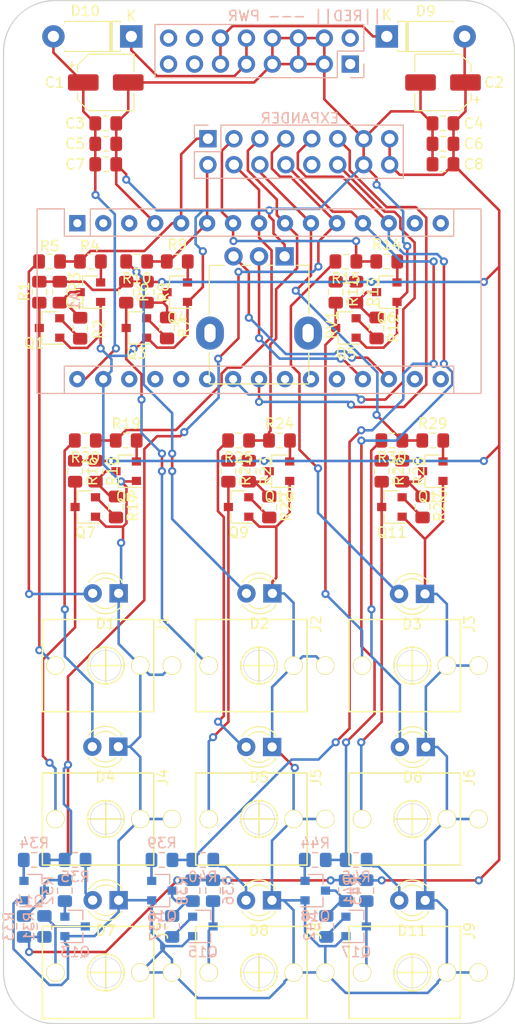
<source format=kicad_pcb>
(kicad_pcb (version 20171130) (host pcbnew "(5.1.2)-1")
  (layers (0 F.Cu signal) (31 B.Cu signal) (34 B.Paste user) (35 F.Paste user) (36 B.SilkS user) (37 F.SilkS user) (38 B.Mask user) (39 F.Mask user) (44 Edge.Cuts user))
  (net 0 "")
  (net 1 "Net-(A1-Pad16)")
  (net 2 "Net-(A1-Pad15)")
  (net 3 "Net-(A1-Pad14)")
  (net 4 GND)
  (net 5 Tr9)
  (net 6 "Net-(A1-Pad28)")
  (net 7 Tr8)
  (net 8 "Net-(A1-Pad27)")
  (net 9 Tr7)
  (net 10 "Net-(A1-Pad26)")
  (net 11 Tr6)
  (net 12 "Net-(A1-Pad25)")
  (net 13 Tr5)
  (net 14 Tr4)
  (net 15 Tr3)
  (net 16 "Net-(A1-Pad22)")
  (net 17 Tr2)
  (net 18 "Net-(A1-Pad21)")
  (net 19 Tr1)
  (net 20 "Net-(A1-Pad20)")
  (net 21 "Net-(A1-Pad19)")
  (net 22 "Net-(A1-Pad3)")
  (net 23 "Net-(A1-Pad18)")
  (net 24 "Net-(A1-Pad2)")
  (net 25 "Net-(A1-Pad17)")
  (net 26 "Net-(A1-Pad1)")
  (net 27 "Net-(D1-Pad2)")
  (net 28 "Net-(H1-Pad15)")
  (net 29 "Net-(H1-Pad13)")
  (net 30 "Net-(J1-Pad3)")
  (net 31 "Net-(J2-Pad3)")
  (net 32 "Net-(J3-Pad3)")
  (net 33 "Net-(Q1-Pad2)")
  (net 34 "Net-(Q2-Pad2)")
  (net 35 12V)
  (net 36 5V)
  (net 37 "Net-(Q2-Pad3)")
  (net 38 "Net-(H1-Pad16)")
  (net 39 "Net-(H1-Pad14)")
  (net 40 "Net-(H1-Pad2)")
  (net 41 "Net-(H1-Pad1)")
  (net 42 "Net-(D3-Pad2)")
  (net 43 "Net-(D5-Pad2)")
  (net 44 "Net-(Q3-Pad2)")
  (net 45 "Net-(Q4-Pad2)")
  (net 46 "Net-(Q4-Pad3)")
  (net 47 "Net-(Q5-Pad2)")
  (net 48 "Net-(Q6-Pad2)")
  (net 49 "Net-(Q6-Pad3)")
  (net 50 "Net-(D6-Pad2)")
  (net 51 "Net-(D7-Pad2)")
  (net 52 "Net-(D8-Pad2)")
  (net 53 "Net-(J4-Pad3)")
  (net 54 "Net-(J5-Pad3)")
  (net 55 "Net-(J6-Pad3)")
  (net 56 "Net-(Q7-Pad2)")
  (net 57 "Net-(Q8-Pad2)")
  (net 58 "Net-(Q8-Pad3)")
  (net 59 "Net-(Q9-Pad2)")
  (net 60 "Net-(Q10-Pad2)")
  (net 61 "Net-(Q10-Pad3)")
  (net 62 "Net-(Q11-Pad2)")
  (net 63 "Net-(Q12-Pad2)")
  (net 64 "Net-(Q12-Pad3)")
  (net 65 "Net-(D11-Pad2)")
  (net 66 "Net-(J7-Pad3)")
  (net 67 "Net-(J8-Pad3)")
  (net 68 "Net-(J9-Pad3)")
  (net 69 "Net-(Q13-Pad2)")
  (net 70 "Net-(Q14-Pad2)")
  (net 71 "Net-(Q14-Pad3)")
  (net 72 "Net-(Q15-Pad2)")
  (net 73 "Net-(Q16-Pad2)")
  (net 74 "Net-(Q16-Pad3)")
  (net 75 "Net-(Q17-Pad2)")
  (net 76 "Net-(Q18-Pad2)")
  (net 77 "Net-(Q18-Pad3)")
  (net 78 "Net-(D2-Pad2)")
  (net 79 "Net-(D4-Pad2)")
  (net 80 "Net-(D9-Pad1)")
  (net 81 "Net-(D10-Pad1)")
  (net 82 SDC)
  (net 83 SDA)
  (net 84 "Net-(H2-Pad10)")
  (module Capacitor_SMD:CP_Elec_5x5.3 (layer F.Cu) (at 110 58)
    (fp_text reference C1 (at -5 0) (layer F.SilkS))
    (fp_text value 470n)
    (pad 2 smd roundrect (at 2.2 0) (size 3 1.6) (layers F.Cu F.Paste F.Mask) (roundrect_rratio 0.15625) (net 4 GND))
    (pad 1 smd roundrect (at -2.2 0) (size 3 1.6) (layers F.Cu F.Paste F.Mask) (roundrect_rratio 0.15625) (net 35 12V))
  )
  (module LED_THT:LED_D3.0mm_FlatTop (layer F.Cu) (at 141.238792 107.99528 180)
    (fp_text reference D3 (at 1.27 -2.96) (layer F.SilkS))
    (fp_text value LED)
    (pad 2 thru_hole circle (at 2.54 0 180) (size 1.8 1.8) (drill 0.9) (layers *.Cu *.Mask) (net 42 "Net-(D3-Pad2)"))
    (pad 1 thru_hole rect (at 0 0 180) (size 1.8 1.8) (drill 0.9) (layers *.Cu *.Mask) (net 4 GND))
  )
  (module LED_THT:LED_D3.0mm_FlatTop (layer F.Cu) (at 126.30722 107.947002 180)
    (fp_text reference D2 (at 1.27 -2.96) (layer F.SilkS))
    (fp_text value LED)
    (pad 2 thru_hole circle (at 2.54 0 180) (size 1.8 1.8) (drill 0.9) (layers *.Cu *.Mask) (net 78 "Net-(D2-Pad2)"))
    (pad 1 thru_hole rect (at 0 0 180) (size 1.8 1.8) (drill 0.9) (layers *.Cu *.Mask) (net 4 GND))
  )
  (module LED_THT:LED_D3.0mm_FlatTop (layer F.Cu) (at 111.263332 107.941736 180)
    (fp_text reference D1 (at 1.27 -2.96) (layer F.SilkS))
    (fp_text value LED)
    (pad 2 thru_hole circle (at 2.54 0 180) (size 1.8 1.8) (drill 0.9) (layers *.Cu *.Mask) (net 27 "Net-(D1-Pad2)"))
    (pad 1 thru_hole rect (at 0 0 180) (size 1.8 1.8) (drill 0.9) (layers *.Cu *.Mask) (net 4 GND))
  )
  (module Capacitor_SMD:CP_Elec_5x5.3 (layer F.Cu) (at 143 58 180)
    (fp_text reference C2 (at -5 0) (layer F.SilkS))
    (fp_text value 470n)
    (pad 2 smd roundrect (at 2.2 0 180) (size 3 1.6) (layers F.Cu F.Paste F.Mask) (roundrect_rratio 0.15625) (net 4 GND))
    (pad 1 smd roundrect (at -2.2 0 180) (size 3 1.6) (layers F.Cu F.Paste F.Mask) (roundrect_rratio 0.15625) (net 36 5V))
  )
  (module Connector_PinHeader_2.54mm:PinHeader_2x08_P2.54mm_Vertical (layer B.Cu) (at 120 63.5 270)
    (fp_text reference EXPANDER (at -2 -9) (layer B.SilkS) (effects (justify mirror)))
    (fp_text value Expander)
    (pad 16 thru_hole oval (at 2.54 -17.78 270) (size 1.7 1.7) (drill 1) (layers *.Cu *.Mask) (net 36 5V))
    (pad 15 thru_hole oval (at 0 -17.78 270) (size 1.7 1.7) (drill 1) (layers *.Cu *.Mask) (net 36 5V))
    (pad 14 thru_hole oval (at 2.54 -15.24 270) (size 1.7 1.7) (drill 1) (layers *.Cu *.Mask) (net 4 GND))
    (pad 13 thru_hole oval (at 0 -15.24 270) (size 1.7 1.7) (drill 1) (layers *.Cu *.Mask) (net 4 GND))
    (pad 12 thru_hole oval (at 2.54 -12.7 270) (size 1.7 1.7) (drill 1) (layers *.Cu *.Mask) (net 82 SDC))
    (pad 11 thru_hole oval (at 0 -12.7 270) (size 1.7 1.7) (drill 1) (layers *.Cu *.Mask) (net 83 SDA))
    (pad 10 thru_hole oval (at 2.54 -10.16 270) (size 1.7 1.7) (drill 1) (layers *.Cu *.Mask) (net 84 "Net-(H2-Pad10)"))
    (pad 9 thru_hole oval (at 0 -10.16 270) (size 1.7 1.7) (drill 1) (layers *.Cu *.Mask) (net 5 Tr9))
    (pad 8 thru_hole oval (at 2.54 -7.62 270) (size 1.7 1.7) (drill 1) (layers *.Cu *.Mask) (net 7 Tr8))
    (pad 7 thru_hole oval (at 0 -7.62 270) (size 1.7 1.7) (drill 1) (layers *.Cu *.Mask) (net 9 Tr7))
    (pad 6 thru_hole oval (at 2.54 -5.08 270) (size 1.7 1.7) (drill 1) (layers *.Cu *.Mask) (net 11 Tr6))
    (pad 5 thru_hole oval (at 0 -5.08 270) (size 1.7 1.7) (drill 1) (layers *.Cu *.Mask) (net 13 Tr5))
    (pad 4 thru_hole oval (at 2.54 -2.54 270) (size 1.7 1.7) (drill 1) (layers *.Cu *.Mask) (net 14 Tr4))
    (pad 3 thru_hole oval (at 0 -2.54 270) (size 1.7 1.7) (drill 1) (layers *.Cu *.Mask) (net 15 Tr3))
    (pad 2 thru_hole oval (at 2.54 0 270) (size 1.7 1.7) (drill 1) (layers *.Cu *.Mask) (net 17 Tr2))
    (pad 1 thru_hole rect (at 0 0 270) (size 1.7 1.7) (drill 1) (layers *.Cu *.Mask) (net 19 Tr1))
  )
  (module Module:Arduino_Nano (layer B.Cu) (at 107.22 71.76 270)
    (fp_text reference A1 (at 7.62 0.254 270) (layer B.SilkS) (effects (justify mirror)))
    (fp_text value Arduino_Nano_v3.x)
    (pad 16 thru_hole oval (at 15.24 -35.56 270) (size 1.6 1.6) (drill 0.8) (layers *.Cu *.Mask) (net 1 "Net-(A1-Pad16)"))
    (pad 15 thru_hole oval (at 0 -35.56 270) (size 1.6 1.6) (drill 0.8) (layers *.Cu *.Mask) (net 2 "Net-(A1-Pad15)"))
    (pad 30 thru_hole oval (at 15.24 0 270) (size 1.6 1.6) (drill 0.8) (layers *.Cu *.Mask) (net 35 12V))
    (pad 14 thru_hole oval (at 0 -33.02 270) (size 1.6 1.6) (drill 0.8) (layers *.Cu *.Mask) (net 3 "Net-(A1-Pad14)"))
    (pad 29 thru_hole oval (at 15.24 -2.54 270) (size 1.6 1.6) (drill 0.8) (layers *.Cu *.Mask) (net 4 GND))
    (pad 13 thru_hole oval (at 0 -30.48 270) (size 1.6 1.6) (drill 0.8) (layers *.Cu *.Mask) (net 5 Tr9))
    (pad 28 thru_hole oval (at 15.24 -5.08 270) (size 1.6 1.6) (drill 0.8) (layers *.Cu *.Mask) (net 6 "Net-(A1-Pad28)"))
    (pad 12 thru_hole oval (at 0 -27.94 270) (size 1.6 1.6) (drill 0.8) (layers *.Cu *.Mask) (net 7 Tr8))
    (pad 27 thru_hole oval (at 15.24 -7.62 270) (size 1.6 1.6) (drill 0.8) (layers *.Cu *.Mask) (net 8 "Net-(A1-Pad27)"))
    (pad 11 thru_hole oval (at 0 -25.4 270) (size 1.6 1.6) (drill 0.8) (layers *.Cu *.Mask) (net 9 Tr7))
    (pad 26 thru_hole oval (at 15.24 -10.16 270) (size 1.6 1.6) (drill 0.8) (layers *.Cu *.Mask) (net 10 "Net-(A1-Pad26)"))
    (pad 10 thru_hole oval (at 0 -22.86 270) (size 1.6 1.6) (drill 0.8) (layers *.Cu *.Mask) (net 11 Tr6))
    (pad 25 thru_hole oval (at 15.24 -12.7 270) (size 1.6 1.6) (drill 0.8) (layers *.Cu *.Mask) (net 12 "Net-(A1-Pad25)"))
    (pad 9 thru_hole oval (at 0 -20.32 270) (size 1.6 1.6) (drill 0.8) (layers *.Cu *.Mask) (net 13 Tr5))
    (pad 24 thru_hole oval (at 15.24 -15.24 270) (size 1.6 1.6) (drill 0.8) (layers *.Cu *.Mask) (net 82 SDC))
    (pad 8 thru_hole oval (at 0 -17.78 270) (size 1.6 1.6) (drill 0.8) (layers *.Cu *.Mask) (net 14 Tr4))
    (pad 23 thru_hole oval (at 15.24 -17.78 270) (size 1.6 1.6) (drill 0.8) (layers *.Cu *.Mask) (net 83 SDA))
    (pad 7 thru_hole oval (at 0 -15.24 270) (size 1.6 1.6) (drill 0.8) (layers *.Cu *.Mask) (net 15 Tr3))
    (pad 22 thru_hole oval (at 15.24 -20.32 270) (size 1.6 1.6) (drill 0.8) (layers *.Cu *.Mask) (net 16 "Net-(A1-Pad22)"))
    (pad 6 thru_hole oval (at 0 -12.7 270) (size 1.6 1.6) (drill 0.8) (layers *.Cu *.Mask) (net 17 Tr2))
    (pad 21 thru_hole oval (at 15.24 -22.86 270) (size 1.6 1.6) (drill 0.8) (layers *.Cu *.Mask) (net 18 "Net-(A1-Pad21)"))
    (pad 5 thru_hole oval (at 0 -10.16 270) (size 1.6 1.6) (drill 0.8) (layers *.Cu *.Mask) (net 19 Tr1))
    (pad 20 thru_hole oval (at 15.24 -25.4 270) (size 1.6 1.6) (drill 0.8) (layers *.Cu *.Mask) (net 20 "Net-(A1-Pad20)"))
    (pad 4 thru_hole oval (at 0 -7.62 270) (size 1.6 1.6) (drill 0.8) (layers *.Cu *.Mask) (net 4 GND))
    (pad 19 thru_hole oval (at 15.24 -27.94 270) (size 1.6 1.6) (drill 0.8) (layers *.Cu *.Mask) (net 21 "Net-(A1-Pad19)"))
    (pad 3 thru_hole oval (at 0 -5.08 270) (size 1.6 1.6) (drill 0.8) (layers *.Cu *.Mask) (net 22 "Net-(A1-Pad3)"))
    (pad 18 thru_hole oval (at 15.24 -30.48 270) (size 1.6 1.6) (drill 0.8) (layers *.Cu *.Mask) (net 23 "Net-(A1-Pad18)"))
    (pad 2 thru_hole oval (at 0 -2.54 270) (size 1.6 1.6) (drill 0.8) (layers *.Cu *.Mask) (net 24 "Net-(A1-Pad2)"))
    (pad 17 thru_hole oval (at 15.24 -33.02 270) (size 1.6 1.6) (drill 0.8) (layers *.Cu *.Mask) (net 25 "Net-(A1-Pad17)"))
    (pad 1 thru_hole rect (at 0 0 270) (size 1.6 1.6) (drill 0.8) (layers *.Cu *.Mask) (net 26 "Net-(A1-Pad1)"))
  )
  (module eurorack:PJ301M-12 (layer F.Cu) (at 140 145 90)
    (fp_text reference J9 (at 4.064 5.588 90) (layer F.SilkS))
    (fp_text value PJ301M-12)
    (pad 3 thru_hole circle (at 0 -4.92 90) (size 1.8 1.8) (drill 1.6) (layers *.Cu *.Mask F.SilkS) (net 68 "Net-(J9-Pad3)"))
    (pad 1 thru_hole circle (at 0 6.48 90) (size 1.8 1.8) (drill 1.6) (layers *.Cu *.Mask F.SilkS) (net 4 GND))
    (pad 2 thru_hole circle (at 0 3.38 90) (size 1.8 1.8) (drill 1.6) (layers *.Cu *.Mask F.SilkS) (net 4 GND))
  )
  (module eurorack:PJ301M-12 (layer F.Cu) (at 125 145 90)
    (fp_text reference J8 (at 4.064 5.588 90) (layer F.SilkS))
    (fp_text value PJ301M-12)
    (pad 3 thru_hole circle (at 0 -4.92 90) (size 1.8 1.8) (drill 1.6) (layers *.Cu *.Mask F.SilkS) (net 67 "Net-(J8-Pad3)"))
    (pad 1 thru_hole circle (at 0 6.48 90) (size 1.8 1.8) (drill 1.6) (layers *.Cu *.Mask F.SilkS) (net 4 GND))
    (pad 2 thru_hole circle (at 0 3.38 90) (size 1.8 1.8) (drill 1.6) (layers *.Cu *.Mask F.SilkS) (net 4 GND))
  )
  (module eurorack:PJ301M-12 (layer F.Cu) (at 110 145 90)
    (fp_text reference J7 (at 4.064 5.588 90) (layer F.SilkS))
    (fp_text value PJ301M-12)
    (pad 3 thru_hole circle (at 0 -4.92 90) (size 1.8 1.8) (drill 1.6) (layers *.Cu *.Mask F.SilkS) (net 66 "Net-(J7-Pad3)"))
    (pad 1 thru_hole circle (at 0 6.48 90) (size 1.8 1.8) (drill 1.6) (layers *.Cu *.Mask F.SilkS) (net 4 GND))
    (pad 2 thru_hole circle (at 0 3.38 90) (size 1.8 1.8) (drill 1.6) (layers *.Cu *.Mask F.SilkS) (net 4 GND))
  )
  (module eurorack:PJ301M-12 (layer F.Cu) (at 140 130 90)
    (fp_text reference J6 (at 4.064 5.588 90) (layer F.SilkS))
    (fp_text value PJ301M-12)
    (pad 3 thru_hole circle (at 0 -4.92 90) (size 1.8 1.8) (drill 1.6) (layers *.Cu *.Mask F.SilkS) (net 55 "Net-(J6-Pad3)"))
    (pad 1 thru_hole circle (at 0 6.48 90) (size 1.8 1.8) (drill 1.6) (layers *.Cu *.Mask F.SilkS) (net 4 GND))
    (pad 2 thru_hole circle (at 0 3.38 90) (size 1.8 1.8) (drill 1.6) (layers *.Cu *.Mask F.SilkS) (net 4 GND))
  )
  (module eurorack:PJ301M-12 (layer F.Cu) (at 125 130 90)
    (fp_text reference J5 (at 4.064 5.588 90) (layer F.SilkS))
    (fp_text value PJ301M-12)
    (pad 3 thru_hole circle (at 0 -4.92 90) (size 1.8 1.8) (drill 1.6) (layers *.Cu *.Mask F.SilkS) (net 54 "Net-(J5-Pad3)"))
    (pad 1 thru_hole circle (at 0 6.48 90) (size 1.8 1.8) (drill 1.6) (layers *.Cu *.Mask F.SilkS) (net 4 GND))
    (pad 2 thru_hole circle (at 0 3.38 90) (size 1.8 1.8) (drill 1.6) (layers *.Cu *.Mask F.SilkS) (net 4 GND))
  )
  (module eurorack:PJ301M-12 (layer F.Cu) (at 110 130 90)
    (fp_text reference J4 (at 4.064 5.588 90) (layer F.SilkS))
    (fp_text value PJ301M-12)
    (pad 3 thru_hole circle (at 0 -4.92 90) (size 1.8 1.8) (drill 1.6) (layers *.Cu *.Mask F.SilkS) (net 53 "Net-(J4-Pad3)"))
    (pad 1 thru_hole circle (at 0 6.48 90) (size 1.8 1.8) (drill 1.6) (layers *.Cu *.Mask F.SilkS) (net 4 GND))
    (pad 2 thru_hole circle (at 0 3.38 90) (size 1.8 1.8) (drill 1.6) (layers *.Cu *.Mask F.SilkS) (net 4 GND))
  )
  (module eurorack:PJ301M-12 (layer F.Cu) (at 140 115 90)
    (fp_text reference J3 (at 4.064 5.588 90) (layer F.SilkS))
    (fp_text value PJ301M-12)
    (pad 3 thru_hole circle (at 0 -4.92 90) (size 1.8 1.8) (drill 1.6) (layers *.Cu *.Mask F.SilkS) (net 32 "Net-(J3-Pad3)"))
    (pad 1 thru_hole circle (at 0 6.48 90) (size 1.8 1.8) (drill 1.6) (layers *.Cu *.Mask F.SilkS) (net 4 GND))
    (pad 2 thru_hole circle (at 0 3.38 90) (size 1.8 1.8) (drill 1.6) (layers *.Cu *.Mask F.SilkS) (net 4 GND))
  )
  (module eurorack:PJ301M-12 (layer F.Cu) (at 125 115 90)
    (fp_text reference J2 (at 4.064 5.588 90) (layer F.SilkS))
    (fp_text value PJ301M-12)
    (pad 3 thru_hole circle (at 0 -4.92 90) (size 1.8 1.8) (drill 1.6) (layers *.Cu *.Mask F.SilkS) (net 31 "Net-(J2-Pad3)"))
    (pad 1 thru_hole circle (at 0 6.48 90) (size 1.8 1.8) (drill 1.6) (layers *.Cu *.Mask F.SilkS) (net 4 GND))
    (pad 2 thru_hole circle (at 0 3.38 90) (size 1.8 1.8) (drill 1.6) (layers *.Cu *.Mask F.SilkS) (net 4 GND))
  )
  (module eurorack:PJ301M-12 (layer F.Cu) (at 110 115 90)
    (fp_text reference J1 (at 4.064 5.588 90) (layer F.SilkS))
    (fp_text value PJ301M-12)
    (pad 3 thru_hole circle (at 0 -4.92 90) (size 1.8 1.8) (drill 1.6) (layers *.Cu *.Mask F.SilkS) (net 30 "Net-(J1-Pad3)"))
    (pad 1 thru_hole circle (at 0 6.48 90) (size 1.8 1.8) (drill 1.6) (layers *.Cu *.Mask F.SilkS) (net 4 GND))
    (pad 2 thru_hole circle (at 0 3.38 90) (size 1.8 1.8) (drill 1.6) (layers *.Cu *.Mask F.SilkS) (net 4 GND))
  )
  (module Potentiometer_THT:Potentiometer_Alpha_RD901F-40-00D_Single_Vertical (layer F.Cu) (at 127.5 75 270)
    (fp_text reference RV1 (at 6.71 -4.64 270) (layer F.SilkS))
    (fp_text value R_POT_US)
    (pad "" thru_hole oval (at 7.5 -2.3) (size 2.72 3.24) (drill oval 1.1 1.8) (layers *.Cu *.Mask))
    (pad "" thru_hole oval (at 7.5 7.3) (size 2.72 3.24) (drill oval 1.1 1.8) (layers *.Cu *.Mask))
    (pad 3 thru_hole circle (at 0 5) (size 1.8 1.8) (drill 1) (layers *.Cu *.Mask) (net 23 "Net-(A1-Pad18)"))
    (pad 2 thru_hole circle (at 0 2.5) (size 1.8 1.8) (drill 1) (layers *.Cu *.Mask) (net 21 "Net-(A1-Pad19)"))
    (pad 1 thru_hole rect (at 0 0) (size 1.8 1.8) (drill 1) (layers *.Cu *.Mask) (net 4 GND))
  )
  (module Resistor_SMD:R_0805_2012Metric_Pad1.15x1.40mm_HandSolder (layer B.Cu) (at 134.5 134)
    (fp_text reference R45 (at 0 1.65) (layer B.SilkS) (effects (justify mirror)))
    (fp_text value 200)
    (pad 2 smd roundrect (at 1.025 0) (size 1.15 1.4) (layers B.Cu B.Paste B.Mask) (roundrect_rratio 0.217391) (net 65 "Net-(D11-Pad2)"))
    (pad 1 smd roundrect (at -1.025 0) (size 1.15 1.4) (layers B.Cu B.Paste B.Mask) (roundrect_rratio 0.217391) (net 5 Tr9))
  )
  (module Resistor_SMD:R_0805_2012Metric_Pad1.15x1.40mm_HandSolder (layer B.Cu) (at 130.5 134 180)
    (fp_text reference R44 (at 0 1.65) (layer B.SilkS) (effects (justify mirror)))
    (fp_text value 1k)
    (pad 2 smd roundrect (at 1.025 0 180) (size 1.15 1.4) (layers B.Cu B.Paste B.Mask) (roundrect_rratio 0.217391) (net 76 "Net-(Q18-Pad2)"))
    (pad 1 smd roundrect (at -1.025 0 180) (size 1.15 1.4) (layers B.Cu B.Paste B.Mask) (roundrect_rratio 0.217391) (net 5 Tr9))
  )
  (module Resistor_SMD:R_0805_2012Metric_Pad1.15x1.40mm_HandSolder (layer B.Cu) (at 133.5 137 270)
    (fp_text reference R43 (at 0 -1 270) (layer B.SilkS) (effects (justify mirror)))
    (fp_text value 10k)
    (pad 2 smd roundrect (at 1.025 0 270) (size 1.15 1.4) (layers B.Cu B.Paste B.Mask) (roundrect_rratio 0.217391) (net 77 "Net-(Q18-Pad3)"))
    (pad 1 smd roundrect (at -1.025 0 270) (size 1.15 1.4) (layers B.Cu B.Paste B.Mask) (roundrect_rratio 0.217391) (net 36 5V))
  )
  (module Resistor_SMD:R_0805_2012Metric_Pad1.15x1.40mm_HandSolder (layer B.Cu) (at 131.584 140.5 270)
    (fp_text reference R42 (at 0 1.65 270) (layer B.SilkS) (effects (justify mirror)))
    (fp_text value 1k)
    (pad 2 smd roundrect (at 1.025 0 270) (size 1.15 1.4) (layers B.Cu B.Paste B.Mask) (roundrect_rratio 0.217391) (net 75 "Net-(Q17-Pad2)"))
    (pad 1 smd roundrect (at -1.025 0 270) (size 1.15 1.4) (layers B.Cu B.Paste B.Mask) (roundrect_rratio 0.217391) (net 77 "Net-(Q18-Pad3)"))
  )
  (module Resistor_SMD:R_0805_2012Metric_Pad1.15x1.40mm_HandSolder (layer B.Cu) (at 135.5 137 270)
    (fp_text reference R41 (at 0 1.65 270) (layer B.SilkS) (effects (justify mirror)))
    (fp_text value 1k)
    (pad 2 smd roundrect (at 1.025 0 270) (size 1.15 1.4) (layers B.Cu B.Paste B.Mask) (roundrect_rratio 0.217391) (net 68 "Net-(J9-Pad3)"))
    (pad 1 smd roundrect (at -1.025 0 270) (size 1.15 1.4) (layers B.Cu B.Paste B.Mask) (roundrect_rratio 0.217391) (net 36 5V))
  )
  (module Resistor_SMD:R_0805_2012Metric_Pad1.15x1.40mm_HandSolder (layer B.Cu) (at 119.5 134)
    (fp_text reference R40 (at 0 1.65 180) (layer B.SilkS) (effects (justify mirror)))
    (fp_text value 200)
    (pad 2 smd roundrect (at 1.025 0) (size 1.15 1.4) (layers B.Cu B.Paste B.Mask) (roundrect_rratio 0.217391) (net 52 "Net-(D8-Pad2)"))
    (pad 1 smd roundrect (at -1.025 0) (size 1.15 1.4) (layers B.Cu B.Paste B.Mask) (roundrect_rratio 0.217391) (net 7 Tr8))
  )
  (module Resistor_SMD:R_0805_2012Metric_Pad1.15x1.40mm_HandSolder (layer B.Cu) (at 115.5 134 180)
    (fp_text reference R39 (at 0 1.65 180) (layer B.SilkS) (effects (justify mirror)))
    (fp_text value 1k)
    (pad 2 smd roundrect (at 1.025 0 180) (size 1.15 1.4) (layers B.Cu B.Paste B.Mask) (roundrect_rratio 0.217391) (net 73 "Net-(Q16-Pad2)"))
    (pad 1 smd roundrect (at -1.025 0 180) (size 1.15 1.4) (layers B.Cu B.Paste B.Mask) (roundrect_rratio 0.217391) (net 7 Tr8))
  )
  (module Resistor_SMD:R_0805_2012Metric_Pad1.15x1.40mm_HandSolder (layer B.Cu) (at 118.5 137 270)
    (fp_text reference R38 (at 0 1 90) (layer B.SilkS) (effects (justify mirror)))
    (fp_text value 10k)
    (pad 2 smd roundrect (at 1.025 0 270) (size 1.15 1.4) (layers B.Cu B.Paste B.Mask) (roundrect_rratio 0.217391) (net 74 "Net-(Q16-Pad3)"))
    (pad 1 smd roundrect (at -1.025 0 270) (size 1.15 1.4) (layers B.Cu B.Paste B.Mask) (roundrect_rratio 0.217391) (net 36 5V))
  )
  (module Resistor_SMD:R_0805_2012Metric_Pad1.15x1.40mm_HandSolder (layer B.Cu) (at 116.5 140.5 270)
    (fp_text reference R37 (at 0 1.65 90) (layer B.SilkS) (effects (justify mirror)))
    (fp_text value 1k)
    (pad 2 smd roundrect (at 1.025 0 270) (size 1.15 1.4) (layers B.Cu B.Paste B.Mask) (roundrect_rratio 0.217391) (net 72 "Net-(Q15-Pad2)"))
    (pad 1 smd roundrect (at -1.025 0 270) (size 1.15 1.4) (layers B.Cu B.Paste B.Mask) (roundrect_rratio 0.217391) (net 74 "Net-(Q16-Pad3)"))
  )
  (module Resistor_SMD:R_0805_2012Metric_Pad1.15x1.40mm_HandSolder (layer B.Cu) (at 120.5 137 270)
    (fp_text reference R36 (at 0 -1.5 90) (layer B.SilkS) (effects (justify mirror)))
    (fp_text value 1k)
    (pad 2 smd roundrect (at 1.025 0 270) (size 1.15 1.4) (layers B.Cu B.Paste B.Mask) (roundrect_rratio 0.217391) (net 67 "Net-(J8-Pad3)"))
    (pad 1 smd roundrect (at -1.025 0 270) (size 1.15 1.4) (layers B.Cu B.Paste B.Mask) (roundrect_rratio 0.217391) (net 36 5V))
  )
  (module Resistor_SMD:R_0805_2012Metric_Pad1.15x1.40mm_HandSolder (layer B.Cu) (at 107 134)
    (fp_text reference R35 (at 0 1.65 180) (layer B.SilkS) (effects (justify mirror)))
    (fp_text value 200)
    (pad 2 smd roundrect (at 1.025 0) (size 1.15 1.4) (layers B.Cu B.Paste B.Mask) (roundrect_rratio 0.217391) (net 51 "Net-(D7-Pad2)"))
    (pad 1 smd roundrect (at -1.025 0) (size 1.15 1.4) (layers B.Cu B.Paste B.Mask) (roundrect_rratio 0.217391) (net 9 Tr7))
  )
  (module Resistor_SMD:R_0805_2012Metric_Pad1.15x1.40mm_HandSolder (layer B.Cu) (at 103 134 180)
    (fp_text reference R34 (at 0 1.65 180) (layer B.SilkS) (effects (justify mirror)))
    (fp_text value 1k)
    (pad 2 smd roundrect (at 1.025 0 180) (size 1.15 1.4) (layers B.Cu B.Paste B.Mask) (roundrect_rratio 0.217391) (net 70 "Net-(Q14-Pad2)"))
    (pad 1 smd roundrect (at -1.025 0 180) (size 1.15 1.4) (layers B.Cu B.Paste B.Mask) (roundrect_rratio 0.217391) (net 9 Tr7))
  )
  (module Resistor_SMD:R_0805_2012Metric_Pad1.15x1.40mm_HandSolder (layer B.Cu) (at 102 140.5 90)
    (fp_text reference R33 (at 0 -1.5 90) (layer B.SilkS) (effects (justify mirror)))
    (fp_text value 10k)
    (pad 2 smd roundrect (at 1.025 0 90) (size 1.15 1.4) (layers B.Cu B.Paste B.Mask) (roundrect_rratio 0.217391) (net 71 "Net-(Q14-Pad3)"))
    (pad 1 smd roundrect (at -1.025 0 90) (size 1.15 1.4) (layers B.Cu B.Paste B.Mask) (roundrect_rratio 0.217391) (net 36 5V))
  )
  (module Resistor_SMD:R_0805_2012Metric_Pad1.15x1.40mm_HandSolder (layer B.Cu) (at 106 137 270)
    (fp_text reference R32 (at 0 1.65 90) (layer B.SilkS) (effects (justify mirror)))
    (fp_text value 1k)
    (pad 2 smd roundrect (at 1.025 0 270) (size 1.15 1.4) (layers B.Cu B.Paste B.Mask) (roundrect_rratio 0.217391) (net 69 "Net-(Q13-Pad2)"))
    (pad 1 smd roundrect (at -1.025 0 270) (size 1.15 1.4) (layers B.Cu B.Paste B.Mask) (roundrect_rratio 0.217391) (net 71 "Net-(Q14-Pad3)"))
  )
  (module Resistor_SMD:R_0805_2012Metric_Pad1.15x1.40mm_HandSolder (layer B.Cu) (at 104 140.5 90)
    (fp_text reference R31 (at 0 -1.5 90) (layer B.SilkS) (effects (justify mirror)))
    (fp_text value 1k)
    (pad 2 smd roundrect (at 1.025 0 90) (size 1.15 1.4) (layers B.Cu B.Paste B.Mask) (roundrect_rratio 0.217391) (net 66 "Net-(J7-Pad3)"))
    (pad 1 smd roundrect (at -1.025 0 90) (size 1.15 1.4) (layers B.Cu B.Paste B.Mask) (roundrect_rratio 0.217391) (net 36 5V))
  )
  (module Resistor_SMD:R_0805_2012Metric_Pad1.15x1.40mm_HandSolder (layer F.Cu) (at 138 93 180)
    (fp_text reference R30 (at 0 -1.65) (layer F.SilkS))
    (fp_text value 200)
    (pad 2 smd roundrect (at 1.025 0 180) (size 1.15 1.4) (layers F.Cu F.Paste F.Mask) (roundrect_rratio 0.217391) (net 50 "Net-(D6-Pad2)"))
    (pad 1 smd roundrect (at -1.025 0 180) (size 1.15 1.4) (layers F.Cu F.Paste F.Mask) (roundrect_rratio 0.217391) (net 11 Tr6))
  )
  (module Resistor_SMD:R_0805_2012Metric_Pad1.15x1.40mm_HandSolder (layer F.Cu) (at 142 93)
    (fp_text reference R29 (at 0 -1.65) (layer F.SilkS))
    (fp_text value 1k)
    (pad 2 smd roundrect (at 1.025 0) (size 1.15 1.4) (layers F.Cu F.Paste F.Mask) (roundrect_rratio 0.217391) (net 63 "Net-(Q12-Pad2)"))
    (pad 1 smd roundrect (at -1.025 0) (size 1.15 1.4) (layers F.Cu F.Paste F.Mask) (roundrect_rratio 0.217391) (net 11 Tr6))
  )
  (module Resistor_SMD:R_0805_2012Metric_Pad1.15x1.40mm_HandSolder (layer F.Cu) (at 139 96 270)
    (fp_text reference R28 (at 0 -1.65 90) (layer F.SilkS))
    (fp_text value 10k)
    (pad 2 smd roundrect (at 1.025 0 270) (size 1.15 1.4) (layers F.Cu F.Paste F.Mask) (roundrect_rratio 0.217391) (net 64 "Net-(Q12-Pad3)"))
    (pad 1 smd roundrect (at -1.025 0 270) (size 1.15 1.4) (layers F.Cu F.Paste F.Mask) (roundrect_rratio 0.217391) (net 36 5V))
  )
  (module Resistor_SMD:R_0805_2012Metric_Pad1.15x1.40mm_HandSolder (layer F.Cu) (at 141 99.5 270)
    (fp_text reference R27 (at 0 -1.65 90) (layer F.SilkS))
    (fp_text value 1k)
    (pad 2 smd roundrect (at 1.025 0 270) (size 1.15 1.4) (layers F.Cu F.Paste F.Mask) (roundrect_rratio 0.217391) (net 62 "Net-(Q11-Pad2)"))
    (pad 1 smd roundrect (at -1.025 0 270) (size 1.15 1.4) (layers F.Cu F.Paste F.Mask) (roundrect_rratio 0.217391) (net 64 "Net-(Q12-Pad3)"))
  )
  (module Resistor_SMD:R_0805_2012Metric_Pad1.15x1.40mm_HandSolder (layer F.Cu) (at 137 96 270)
    (fp_text reference R26 (at 0 -1.65 90) (layer F.SilkS))
    (fp_text value 1k)
    (pad 2 smd roundrect (at 1.025 0 270) (size 1.15 1.4) (layers F.Cu F.Paste F.Mask) (roundrect_rratio 0.217391) (net 55 "Net-(J6-Pad3)"))
    (pad 1 smd roundrect (at -1.025 0 270) (size 1.15 1.4) (layers F.Cu F.Paste F.Mask) (roundrect_rratio 0.217391) (net 36 5V))
  )
  (module Resistor_SMD:R_0805_2012Metric_Pad1.15x1.40mm_HandSolder (layer F.Cu) (at 123 93 180)
    (fp_text reference R25 (at 0 -1.65) (layer F.SilkS))
    (fp_text value 200)
    (pad 2 smd roundrect (at 1.025 0 180) (size 1.15 1.4) (layers F.Cu F.Paste F.Mask) (roundrect_rratio 0.217391) (net 43 "Net-(D5-Pad2)"))
    (pad 1 smd roundrect (at -1.025 0 180) (size 1.15 1.4) (layers F.Cu F.Paste F.Mask) (roundrect_rratio 0.217391) (net 13 Tr5))
  )
  (module Resistor_SMD:R_0805_2012Metric_Pad1.15x1.40mm_HandSolder (layer F.Cu) (at 127 93)
    (fp_text reference R24 (at 0 -1.65) (layer F.SilkS))
    (fp_text value 1k)
    (pad 2 smd roundrect (at 1.025 0) (size 1.15 1.4) (layers F.Cu F.Paste F.Mask) (roundrect_rratio 0.217391) (net 60 "Net-(Q10-Pad2)"))
    (pad 1 smd roundrect (at -1.025 0) (size 1.15 1.4) (layers F.Cu F.Paste F.Mask) (roundrect_rratio 0.217391) (net 13 Tr5))
  )
  (module Resistor_SMD:R_0805_2012Metric_Pad1.15x1.40mm_HandSolder (layer F.Cu) (at 124 96 270)
    (fp_text reference R23 (at 0 -1.65 90) (layer F.SilkS))
    (fp_text value 10k)
    (pad 2 smd roundrect (at 1.025 0 270) (size 1.15 1.4) (layers F.Cu F.Paste F.Mask) (roundrect_rratio 0.217391) (net 61 "Net-(Q10-Pad3)"))
    (pad 1 smd roundrect (at -1.025 0 270) (size 1.15 1.4) (layers F.Cu F.Paste F.Mask) (roundrect_rratio 0.217391) (net 36 5V))
  )
  (module Resistor_SMD:R_0805_2012Metric_Pad1.15x1.40mm_HandSolder (layer F.Cu) (at 126 99.5 270)
    (fp_text reference R22 (at 0 -1.65 90) (layer F.SilkS))
    (fp_text value 1k)
    (pad 2 smd roundrect (at 1.025 0 270) (size 1.15 1.4) (layers F.Cu F.Paste F.Mask) (roundrect_rratio 0.217391) (net 59 "Net-(Q9-Pad2)"))
    (pad 1 smd roundrect (at -1.025 0 270) (size 1.15 1.4) (layers F.Cu F.Paste F.Mask) (roundrect_rratio 0.217391) (net 61 "Net-(Q10-Pad3)"))
  )
  (module Resistor_SMD:R_0805_2012Metric_Pad1.15x1.40mm_HandSolder (layer F.Cu) (at 122 96 270)
    (fp_text reference R21 (at 0 -1.65 90) (layer F.SilkS))
    (fp_text value 1k)
    (pad 2 smd roundrect (at 1.025 0 270) (size 1.15 1.4) (layers F.Cu F.Paste F.Mask) (roundrect_rratio 0.217391) (net 54 "Net-(J5-Pad3)"))
    (pad 1 smd roundrect (at -1.025 0 270) (size 1.15 1.4) (layers F.Cu F.Paste F.Mask) (roundrect_rratio 0.217391) (net 36 5V))
  )
  (module Resistor_SMD:R_0805_2012Metric_Pad1.15x1.40mm_HandSolder (layer F.Cu) (at 108 93 180)
    (fp_text reference R20 (at 0 -1.65) (layer F.SilkS))
    (fp_text value 200)
    (pad 2 smd roundrect (at 1.025 0 180) (size 1.15 1.4) (layers F.Cu F.Paste F.Mask) (roundrect_rratio 0.217391) (net 79 "Net-(D4-Pad2)"))
    (pad 1 smd roundrect (at -1.025 0 180) (size 1.15 1.4) (layers F.Cu F.Paste F.Mask) (roundrect_rratio 0.217391) (net 14 Tr4))
  )
  (module Resistor_SMD:R_0805_2012Metric_Pad1.15x1.40mm_HandSolder (layer F.Cu) (at 112 93)
    (fp_text reference R19 (at 0 -1.65) (layer F.SilkS))
    (fp_text value 1k)
    (pad 2 smd roundrect (at 1.025 0) (size 1.15 1.4) (layers F.Cu F.Paste F.Mask) (roundrect_rratio 0.217391) (net 57 "Net-(Q8-Pad2)"))
    (pad 1 smd roundrect (at -1.025 0) (size 1.15 1.4) (layers F.Cu F.Paste F.Mask) (roundrect_rratio 0.217391) (net 14 Tr4))
  )
  (module Resistor_SMD:R_0805_2012Metric_Pad1.15x1.40mm_HandSolder (layer F.Cu) (at 109 96 270)
    (fp_text reference R18 (at 0 -1.65 90) (layer F.SilkS))
    (fp_text value 10k)
    (pad 2 smd roundrect (at 1.025 0 270) (size 1.15 1.4) (layers F.Cu F.Paste F.Mask) (roundrect_rratio 0.217391) (net 58 "Net-(Q8-Pad3)"))
    (pad 1 smd roundrect (at -1.025 0 270) (size 1.15 1.4) (layers F.Cu F.Paste F.Mask) (roundrect_rratio 0.217391) (net 36 5V))
  )
  (module Resistor_SMD:R_0805_2012Metric_Pad1.15x1.40mm_HandSolder (layer F.Cu) (at 111 99.5 270)
    (fp_text reference R17 (at 0 -1.65 90) (layer F.SilkS))
    (fp_text value 1k)
    (pad 2 smd roundrect (at 1.025 0 270) (size 1.15 1.4) (layers F.Cu F.Paste F.Mask) (roundrect_rratio 0.217391) (net 56 "Net-(Q7-Pad2)"))
    (pad 1 smd roundrect (at -1.025 0 270) (size 1.15 1.4) (layers F.Cu F.Paste F.Mask) (roundrect_rratio 0.217391) (net 58 "Net-(Q8-Pad3)"))
  )
  (module Resistor_SMD:R_0805_2012Metric_Pad1.15x1.40mm_HandSolder (layer F.Cu) (at 107 96 270)
    (fp_text reference R16 (at 0 -1.65 90) (layer F.SilkS))
    (fp_text value 1k)
    (pad 2 smd roundrect (at 1.025 0 270) (size 1.15 1.4) (layers F.Cu F.Paste F.Mask) (roundrect_rratio 0.217391) (net 53 "Net-(J4-Pad3)"))
    (pad 1 smd roundrect (at -1.025 0 270) (size 1.15 1.4) (layers F.Cu F.Paste F.Mask) (roundrect_rratio 0.217391) (net 36 5V))
  )
  (module Resistor_SMD:R_0805_2012Metric_Pad1.15x1.40mm_HandSolder (layer F.Cu) (at 133.5 75.5 180)
    (fp_text reference R15 (at 0 -1.65) (layer F.SilkS))
    (fp_text value 200)
    (pad 2 smd roundrect (at 1.025 0 180) (size 1.15 1.4) (layers F.Cu F.Paste F.Mask) (roundrect_rratio 0.217391) (net 42 "Net-(D3-Pad2)"))
    (pad 1 smd roundrect (at -1.025 0 180) (size 1.15 1.4) (layers F.Cu F.Paste F.Mask) (roundrect_rratio 0.217391) (net 15 Tr3))
  )
  (module Resistor_SMD:R_0805_2012Metric_Pad1.15x1.40mm_HandSolder (layer F.Cu) (at 137.5 75.5)
    (fp_text reference R14 (at 0 -1.65) (layer F.SilkS))
    (fp_text value 1k)
    (pad 2 smd roundrect (at 1.025 0) (size 1.15 1.4) (layers F.Cu F.Paste F.Mask) (roundrect_rratio 0.217391) (net 48 "Net-(Q6-Pad2)"))
    (pad 1 smd roundrect (at -1.025 0) (size 1.15 1.4) (layers F.Cu F.Paste F.Mask) (roundrect_rratio 0.217391) (net 15 Tr3))
  )
  (module Resistor_SMD:R_0805_2012Metric_Pad1.15x1.40mm_HandSolder (layer F.Cu) (at 134.5 78.5 270)
    (fp_text reference R13 (at 0 -1.65 90) (layer F.SilkS))
    (fp_text value 10k)
    (pad 2 smd roundrect (at 1.025 0 270) (size 1.15 1.4) (layers F.Cu F.Paste F.Mask) (roundrect_rratio 0.217391) (net 49 "Net-(Q6-Pad3)"))
    (pad 1 smd roundrect (at -1.025 0 270) (size 1.15 1.4) (layers F.Cu F.Paste F.Mask) (roundrect_rratio 0.217391) (net 36 5V))
  )
  (module Resistor_SMD:R_0805_2012Metric_Pad1.15x1.40mm_HandSolder (layer F.Cu) (at 136.5 82 270)
    (fp_text reference R12 (at 0 -1.65 90) (layer F.SilkS))
    (fp_text value 1k)
    (pad 2 smd roundrect (at 1.025 0 270) (size 1.15 1.4) (layers F.Cu F.Paste F.Mask) (roundrect_rratio 0.217391) (net 47 "Net-(Q5-Pad2)"))
    (pad 1 smd roundrect (at -1.025 0 270) (size 1.15 1.4) (layers F.Cu F.Paste F.Mask) (roundrect_rratio 0.217391) (net 49 "Net-(Q6-Pad3)"))
  )
  (module Resistor_SMD:R_0805_2012Metric_Pad1.15x1.40mm_HandSolder (layer F.Cu) (at 132.5 78.5 270)
    (fp_text reference R11 (at 0 -1.65 90) (layer F.SilkS))
    (fp_text value 1k)
    (pad 2 smd roundrect (at 1.025 0 270) (size 1.15 1.4) (layers F.Cu F.Paste F.Mask) (roundrect_rratio 0.217391) (net 32 "Net-(J3-Pad3)"))
    (pad 1 smd roundrect (at -1.025 0 270) (size 1.15 1.4) (layers F.Cu F.Paste F.Mask) (roundrect_rratio 0.217391) (net 36 5V))
  )
  (module Resistor_SMD:R_0805_2012Metric_Pad1.15x1.40mm_HandSolder (layer F.Cu) (at 113.025 75.5 180)
    (fp_text reference R10 (at 0 -1.65) (layer F.SilkS))
    (fp_text value 200)
    (pad 2 smd roundrect (at 1.025 0 180) (size 1.15 1.4) (layers F.Cu F.Paste F.Mask) (roundrect_rratio 0.217391) (net 78 "Net-(D2-Pad2)"))
    (pad 1 smd roundrect (at -1.025 0 180) (size 1.15 1.4) (layers F.Cu F.Paste F.Mask) (roundrect_rratio 0.217391) (net 17 Tr2))
  )
  (module Resistor_SMD:R_0805_2012Metric_Pad1.15x1.40mm_HandSolder (layer F.Cu) (at 117 75.5)
    (fp_text reference R9 (at 0 -1.65) (layer F.SilkS))
    (fp_text value 1k)
    (pad 2 smd roundrect (at 1.025 0) (size 1.15 1.4) (layers F.Cu F.Paste F.Mask) (roundrect_rratio 0.217391) (net 45 "Net-(Q4-Pad2)"))
    (pad 1 smd roundrect (at -1.025 0) (size 1.15 1.4) (layers F.Cu F.Paste F.Mask) (roundrect_rratio 0.217391) (net 17 Tr2))
  )
  (module Resistor_SMD:R_0805_2012Metric_Pad1.15x1.40mm_HandSolder (layer F.Cu) (at 114 78.5 270)
    (fp_text reference R8 (at 0 -1.65 90) (layer F.SilkS))
    (fp_text value 10k)
    (pad 2 smd roundrect (at 1.025 0 270) (size 1.15 1.4) (layers F.Cu F.Paste F.Mask) (roundrect_rratio 0.217391) (net 46 "Net-(Q4-Pad3)"))
    (pad 1 smd roundrect (at -1.025 0 270) (size 1.15 1.4) (layers F.Cu F.Paste F.Mask) (roundrect_rratio 0.217391) (net 36 5V))
  )
  (module Resistor_SMD:R_0805_2012Metric_Pad1.15x1.40mm_HandSolder (layer F.Cu) (at 116 82 270)
    (fp_text reference R7 (at 0 -1.65 90) (layer F.SilkS))
    (fp_text value 1k)
    (pad 2 smd roundrect (at 1.025 0 270) (size 1.15 1.4) (layers F.Cu F.Paste F.Mask) (roundrect_rratio 0.217391) (net 44 "Net-(Q3-Pad2)"))
    (pad 1 smd roundrect (at -1.025 0 270) (size 1.15 1.4) (layers F.Cu F.Paste F.Mask) (roundrect_rratio 0.217391) (net 46 "Net-(Q4-Pad3)"))
  )
  (module Resistor_SMD:R_0805_2012Metric_Pad1.15x1.40mm_HandSolder (layer F.Cu) (at 112 78.5 270)
    (fp_text reference R6 (at 0 -1.65 90) (layer F.SilkS))
    (fp_text value 1k)
    (pad 2 smd roundrect (at 1.025 0 270) (size 1.15 1.4) (layers F.Cu F.Paste F.Mask) (roundrect_rratio 0.217391) (net 31 "Net-(J2-Pad3)"))
    (pad 1 smd roundrect (at -1.025 0 270) (size 1.15 1.4) (layers F.Cu F.Paste F.Mask) (roundrect_rratio 0.217391) (net 36 5V))
  )
  (module Resistor_SMD:R_0805_2012Metric_Pad1.15x1.40mm_HandSolder (layer F.Cu) (at 104.5 75.5 180)
    (fp_text reference R5 (at 0 1.5) (layer F.SilkS))
    (fp_text value 200)
    (pad 2 smd roundrect (at 1.025 0 180) (size 1.15 1.4) (layers F.Cu F.Paste F.Mask) (roundrect_rratio 0.217391) (net 27 "Net-(D1-Pad2)"))
    (pad 1 smd roundrect (at -1.025 0 180) (size 1.15 1.4) (layers F.Cu F.Paste F.Mask) (roundrect_rratio 0.217391) (net 19 Tr1))
  )
  (module Resistor_SMD:R_0805_2012Metric_Pad1.15x1.40mm_HandSolder (layer F.Cu) (at 108.5 75.5)
    (fp_text reference R4 (at -0.0595 -1.5) (layer F.SilkS))
    (fp_text value 1k)
    (pad 2 smd roundrect (at 1.025 0) (size 1.15 1.4) (layers F.Cu F.Paste F.Mask) (roundrect_rratio 0.217391) (net 34 "Net-(Q2-Pad2)"))
    (pad 1 smd roundrect (at -1.025 0) (size 1.15 1.4) (layers F.Cu F.Paste F.Mask) (roundrect_rratio 0.217391) (net 19 Tr1))
  )
  (module Resistor_SMD:R_0805_2012Metric_Pad1.15x1.40mm_HandSolder (layer F.Cu) (at 105.5 78.5 270)
    (fp_text reference R3 (at -1 -1.5 90) (layer F.SilkS))
    (fp_text value 10k)
    (pad 2 smd roundrect (at 1.025 0 270) (size 1.15 1.4) (layers F.Cu F.Paste F.Mask) (roundrect_rratio 0.217391) (net 37 "Net-(Q2-Pad3)"))
    (pad 1 smd roundrect (at -1.025 0 270) (size 1.15 1.4) (layers F.Cu F.Paste F.Mask) (roundrect_rratio 0.217391) (net 36 5V))
  )
  (module Resistor_SMD:R_0805_2012Metric_Pad1.15x1.40mm_HandSolder (layer F.Cu) (at 107.5 82.025 270)
    (fp_text reference R2 (at 0.096 -1.844 90) (layer F.SilkS))
    (fp_text value 1k)
    (pad 2 smd roundrect (at 1.025 0 270) (size 1.15 1.4) (layers F.Cu F.Paste F.Mask) (roundrect_rratio 0.217391) (net 33 "Net-(Q1-Pad2)"))
    (pad 1 smd roundrect (at -1.025 0 270) (size 1.15 1.4) (layers F.Cu F.Paste F.Mask) (roundrect_rratio 0.217391) (net 37 "Net-(Q2-Pad3)"))
  )
  (module Resistor_SMD:R_0805_2012Metric_Pad1.15x1.40mm_HandSolder (layer F.Cu) (at 103.5 78.5 270)
    (fp_text reference R1 (at -0.0595 1.5 90) (layer F.SilkS))
    (fp_text value 1k)
    (pad 2 smd roundrect (at 1.025 0 270) (size 1.15 1.4) (layers F.Cu F.Paste F.Mask) (roundrect_rratio 0.217391) (net 30 "Net-(J1-Pad3)"))
    (pad 1 smd roundrect (at -1.025 0 270) (size 1.15 1.4) (layers F.Cu F.Paste F.Mask) (roundrect_rratio 0.217391) (net 36 5V))
  )
  (module Package_TO_SOT_SMD:SOT-23 (layer B.Cu) (at 130.5 137)
    (fp_text reference Q18 (at 0 2.5) (layer B.SilkS) (effects (justify mirror)))
    (fp_text value 2N3904)
    (pad 3 smd rect (at 1 0) (size 0.9 0.8) (layers B.Cu B.Paste B.Mask) (net 77 "Net-(Q18-Pad3)"))
    (pad 2 smd rect (at -1 -0.95) (size 0.9 0.8) (layers B.Cu B.Paste B.Mask) (net 76 "Net-(Q18-Pad2)"))
    (pad 1 smd rect (at -1 0.95) (size 0.9 0.8) (layers B.Cu B.Paste B.Mask) (net 4 GND))
  )
  (module Package_TO_SOT_SMD:SOT-23 (layer B.Cu) (at 134.5 140.5)
    (fp_text reference Q17 (at 0 2.5) (layer B.SilkS) (effects (justify mirror)))
    (fp_text value 2N3904)
    (pad 3 smd rect (at 1 0) (size 0.9 0.8) (layers B.Cu B.Paste B.Mask) (net 68 "Net-(J9-Pad3)"))
    (pad 2 smd rect (at -1 -0.95) (size 0.9 0.8) (layers B.Cu B.Paste B.Mask) (net 75 "Net-(Q17-Pad2)"))
    (pad 1 smd rect (at -1 0.95) (size 0.9 0.8) (layers B.Cu B.Paste B.Mask) (net 4 GND))
  )
  (module Package_TO_SOT_SMD:SOT-23 (layer B.Cu) (at 115.5 137)
    (fp_text reference Q16 (at 0 2.5 180) (layer B.SilkS) (effects (justify mirror)))
    (fp_text value 2N3904)
    (pad 3 smd rect (at 1 0) (size 0.9 0.8) (layers B.Cu B.Paste B.Mask) (net 74 "Net-(Q16-Pad3)"))
    (pad 2 smd rect (at -1 -0.95) (size 0.9 0.8) (layers B.Cu B.Paste B.Mask) (net 73 "Net-(Q16-Pad2)"))
    (pad 1 smd rect (at -1 0.95) (size 0.9 0.8) (layers B.Cu B.Paste B.Mask) (net 4 GND))
  )
  (module Package_TO_SOT_SMD:SOT-23 (layer B.Cu) (at 119.5 140.5)
    (fp_text reference Q15 (at 0 2.5 180) (layer B.SilkS) (effects (justify mirror)))
    (fp_text value 2N3904)
    (pad 3 smd rect (at 1 0) (size 0.9 0.8) (layers B.Cu B.Paste B.Mask) (net 67 "Net-(J8-Pad3)"))
    (pad 2 smd rect (at -1 -0.95) (size 0.9 0.8) (layers B.Cu B.Paste B.Mask) (net 72 "Net-(Q15-Pad2)"))
    (pad 1 smd rect (at -1 0.95) (size 0.9 0.8) (layers B.Cu B.Paste B.Mask) (net 4 GND))
  )
  (module Package_TO_SOT_SMD:SOT-23 (layer B.Cu) (at 103 137)
    (fp_text reference Q14 (at -0.5 1 180) (layer B.SilkS) (effects (justify mirror)))
    (fp_text value 2N3904)
    (pad 3 smd rect (at 1 0) (size 0.9 0.8) (layers B.Cu B.Paste B.Mask) (net 71 "Net-(Q14-Pad3)"))
    (pad 2 smd rect (at -1 -0.95) (size 0.9 0.8) (layers B.Cu B.Paste B.Mask) (net 70 "Net-(Q14-Pad2)"))
    (pad 1 smd rect (at -1 0.95) (size 0.9 0.8) (layers B.Cu B.Paste B.Mask) (net 4 GND))
  )
  (module Package_TO_SOT_SMD:SOT-23 (layer B.Cu) (at 107 140.5)
    (fp_text reference Q13 (at 0 2.5 180) (layer B.SilkS) (effects (justify mirror)))
    (fp_text value 2N3904)
    (pad 3 smd rect (at 1 0) (size 0.9 0.8) (layers B.Cu B.Paste B.Mask) (net 66 "Net-(J7-Pad3)"))
    (pad 2 smd rect (at -1 -0.95) (size 0.9 0.8) (layers B.Cu B.Paste B.Mask) (net 69 "Net-(Q13-Pad2)"))
    (pad 1 smd rect (at -1 0.95) (size 0.9 0.8) (layers B.Cu B.Paste B.Mask) (net 4 GND))
  )
  (module Package_TO_SOT_SMD:SOT-23 (layer F.Cu) (at 142 96 180)
    (fp_text reference Q12 (at 0 -2.5) (layer F.SilkS))
    (fp_text value 2N3904)
    (pad 3 smd rect (at 1 0 180) (size 0.9 0.8) (layers F.Cu F.Paste F.Mask) (net 64 "Net-(Q12-Pad3)"))
    (pad 2 smd rect (at -1 0.95 180) (size 0.9 0.8) (layers F.Cu F.Paste F.Mask) (net 63 "Net-(Q12-Pad2)"))
    (pad 1 smd rect (at -1 -0.95 180) (size 0.9 0.8) (layers F.Cu F.Paste F.Mask) (net 4 GND))
  )
  (module Package_TO_SOT_SMD:SOT-23 (layer F.Cu) (at 138 99.5 180)
    (fp_text reference Q11 (at 0 -2.5) (layer F.SilkS))
    (fp_text value 2N3904)
    (pad 3 smd rect (at 1 0 180) (size 0.9 0.8) (layers F.Cu F.Paste F.Mask) (net 55 "Net-(J6-Pad3)"))
    (pad 2 smd rect (at -1 0.95 180) (size 0.9 0.8) (layers F.Cu F.Paste F.Mask) (net 62 "Net-(Q11-Pad2)"))
    (pad 1 smd rect (at -1 -0.95 180) (size 0.9 0.8) (layers F.Cu F.Paste F.Mask) (net 4 GND))
  )
  (module Package_TO_SOT_SMD:SOT-23 (layer F.Cu) (at 127 96 180)
    (fp_text reference Q10 (at 0 -2.5) (layer F.SilkS))
    (fp_text value 2N3904)
    (pad 3 smd rect (at 1 0 180) (size 0.9 0.8) (layers F.Cu F.Paste F.Mask) (net 61 "Net-(Q10-Pad3)"))
    (pad 2 smd rect (at -1 0.95 180) (size 0.9 0.8) (layers F.Cu F.Paste F.Mask) (net 60 "Net-(Q10-Pad2)"))
    (pad 1 smd rect (at -1 -0.95 180) (size 0.9 0.8) (layers F.Cu F.Paste F.Mask) (net 4 GND))
  )
  (module Package_TO_SOT_SMD:SOT-23 (layer F.Cu) (at 123 99.5 180)
    (fp_text reference Q9 (at 0 -2.5) (layer F.SilkS))
    (fp_text value 2N3904)
    (pad 3 smd rect (at 1 0 180) (size 0.9 0.8) (layers F.Cu F.Paste F.Mask) (net 54 "Net-(J5-Pad3)"))
    (pad 2 smd rect (at -1 0.95 180) (size 0.9 0.8) (layers F.Cu F.Paste F.Mask) (net 59 "Net-(Q9-Pad2)"))
    (pad 1 smd rect (at -1 -0.95 180) (size 0.9 0.8) (layers F.Cu F.Paste F.Mask) (net 4 GND))
  )
  (module Package_TO_SOT_SMD:SOT-23 (layer F.Cu) (at 112 96 180)
    (fp_text reference Q8 (at 0 -2.5) (layer F.SilkS))
    (fp_text value 2N3904)
    (pad 3 smd rect (at 1 0 180) (size 0.9 0.8) (layers F.Cu F.Paste F.Mask) (net 58 "Net-(Q8-Pad3)"))
    (pad 2 smd rect (at -1 0.95 180) (size 0.9 0.8) (layers F.Cu F.Paste F.Mask) (net 57 "Net-(Q8-Pad2)"))
    (pad 1 smd rect (at -1 -0.95 180) (size 0.9 0.8) (layers F.Cu F.Paste F.Mask) (net 4 GND))
  )
  (module Package_TO_SOT_SMD:SOT-23 (layer F.Cu) (at 108 99.5 180)
    (fp_text reference Q7 (at 0 -2.5) (layer F.SilkS))
    (fp_text value 2N3904)
    (pad 3 smd rect (at 1 0 180) (size 0.9 0.8) (layers F.Cu F.Paste F.Mask) (net 53 "Net-(J4-Pad3)"))
    (pad 2 smd rect (at -1 0.95 180) (size 0.9 0.8) (layers F.Cu F.Paste F.Mask) (net 56 "Net-(Q7-Pad2)"))
    (pad 1 smd rect (at -1 -0.95 180) (size 0.9 0.8) (layers F.Cu F.Paste F.Mask) (net 4 GND))
  )
  (module Package_TO_SOT_SMD:SOT-23 (layer F.Cu) (at 137.5 78.5 180)
    (fp_text reference Q6 (at 0 -2.5) (layer F.SilkS))
    (fp_text value 2N3904)
    (pad 3 smd rect (at 1 0 180) (size 0.9 0.8) (layers F.Cu F.Paste F.Mask) (net 49 "Net-(Q6-Pad3)"))
    (pad 2 smd rect (at -1 0.95 180) (size 0.9 0.8) (layers F.Cu F.Paste F.Mask) (net 48 "Net-(Q6-Pad2)"))
    (pad 1 smd rect (at -1 -0.95 180) (size 0.9 0.8) (layers F.Cu F.Paste F.Mask) (net 4 GND))
  )
  (module Package_TO_SOT_SMD:SOT-23 (layer F.Cu) (at 133.5 82 180)
    (fp_text reference Q5 (at 0 -2.5) (layer F.SilkS))
    (fp_text value 2N3904)
    (pad 3 smd rect (at 1 0 180) (size 0.9 0.8) (layers F.Cu F.Paste F.Mask) (net 32 "Net-(J3-Pad3)"))
    (pad 2 smd rect (at -1 0.95 180) (size 0.9 0.8) (layers F.Cu F.Paste F.Mask) (net 47 "Net-(Q5-Pad2)"))
    (pad 1 smd rect (at -1 -0.95 180) (size 0.9 0.8) (layers F.Cu F.Paste F.Mask) (net 4 GND))
  )
  (module Package_TO_SOT_SMD:SOT-23 (layer F.Cu) (at 117 78.5 180)
    (fp_text reference Q4 (at 0 -2.5) (layer F.SilkS))
    (fp_text value 2N3904)
    (pad 3 smd rect (at 1 0 180) (size 0.9 0.8) (layers F.Cu F.Paste F.Mask) (net 46 "Net-(Q4-Pad3)"))
    (pad 2 smd rect (at -1 0.95 180) (size 0.9 0.8) (layers F.Cu F.Paste F.Mask) (net 45 "Net-(Q4-Pad2)"))
    (pad 1 smd rect (at -1 -0.95 180) (size 0.9 0.8) (layers F.Cu F.Paste F.Mask) (net 4 GND))
  )
  (module Package_TO_SOT_SMD:SOT-23 (layer F.Cu) (at 113 82 180)
    (fp_text reference Q3 (at 0 -2.5) (layer F.SilkS))
    (fp_text value 2N3904)
    (pad 3 smd rect (at 1 0 180) (size 0.9 0.8) (layers F.Cu F.Paste F.Mask) (net 31 "Net-(J2-Pad3)"))
    (pad 2 smd rect (at -1 0.95 180) (size 0.9 0.8) (layers F.Cu F.Paste F.Mask) (net 44 "Net-(Q3-Pad2)"))
    (pad 1 smd rect (at -1 -0.95 180) (size 0.9 0.8) (layers F.Cu F.Paste F.Mask) (net 4 GND))
  )
  (module Package_TO_SOT_SMD:SOT-23 (layer F.Cu) (at 108.5 78.5 180)
    (fp_text reference Q2 (at 1.5 -1) (layer F.SilkS))
    (fp_text value 2N3904)
    (pad 3 smd rect (at 1 0 180) (size 0.9 0.8) (layers F.Cu F.Paste F.Mask) (net 37 "Net-(Q2-Pad3)"))
    (pad 2 smd rect (at -1 0.95 180) (size 0.9 0.8) (layers F.Cu F.Paste F.Mask) (net 34 "Net-(Q2-Pad2)"))
    (pad 1 smd rect (at -1 -0.95 180) (size 0.9 0.8) (layers F.Cu F.Paste F.Mask) (net 4 GND))
  )
  (module Package_TO_SOT_SMD:SOT-23 (layer F.Cu) (at 104.5 82 180)
    (fp_text reference Q1 (at 1.5 -1.5) (layer F.SilkS))
    (fp_text value 2N3904)
    (pad 3 smd rect (at 1 0 180) (size 0.9 0.8) (layers F.Cu F.Paste F.Mask) (net 30 "Net-(J1-Pad3)"))
    (pad 2 smd rect (at -1 0.95 180) (size 0.9 0.8) (layers F.Cu F.Paste F.Mask) (net 33 "Net-(Q1-Pad2)"))
    (pad 1 smd rect (at -1 -0.95 180) (size 0.9 0.8) (layers F.Cu F.Paste F.Mask) (net 4 GND))
  )
  (module Capacitor_SMD:C_0805_2012Metric_Pad1.15x1.40mm_HandSolder (layer F.Cu) (at 110 62)
    (fp_text reference C3 (at -3 0) (layer F.SilkS))
    (fp_text value 22n)
    (pad 2 smd roundrect (at 1.025 0) (size 1.15 1.4) (layers F.Cu F.Paste F.Mask) (roundrect_rratio 0.217391) (net 4 GND))
    (pad 1 smd roundrect (at -1.025 0) (size 1.15 1.4) (layers F.Cu F.Paste F.Mask) (roundrect_rratio 0.217391) (net 35 12V))
  )
  (module Capacitor_SMD:C_0805_2012Metric_Pad1.15x1.40mm_HandSolder (layer F.Cu) (at 143 62 180)
    (fp_text reference C4 (at -3 0) (layer F.SilkS))
    (fp_text value 22n)
    (pad 2 smd roundrect (at 1.025 0 180) (size 1.15 1.4) (layers F.Cu F.Paste F.Mask) (roundrect_rratio 0.217391) (net 4 GND))
    (pad 1 smd roundrect (at -1.025 0 180) (size 1.15 1.4) (layers F.Cu F.Paste F.Mask) (roundrect_rratio 0.217391) (net 36 5V))
  )
  (module Capacitor_SMD:C_0805_2012Metric_Pad1.15x1.40mm_HandSolder (layer F.Cu) (at 110 64)
    (fp_text reference C5 (at -3 0) (layer F.SilkS))
    (fp_text value 22n)
    (pad 2 smd roundrect (at 1.025 0) (size 1.15 1.4) (layers F.Cu F.Paste F.Mask) (roundrect_rratio 0.217391) (net 4 GND))
    (pad 1 smd roundrect (at -1.025 0) (size 1.15 1.4) (layers F.Cu F.Paste F.Mask) (roundrect_rratio 0.217391) (net 35 12V))
  )
  (module Capacitor_SMD:C_0805_2012Metric_Pad1.15x1.40mm_HandSolder (layer F.Cu) (at 143 64 180)
    (fp_text reference C6 (at -3 0) (layer F.SilkS))
    (fp_text value 22n)
    (pad 2 smd roundrect (at 1.025 0 180) (size 1.15 1.4) (layers F.Cu F.Paste F.Mask) (roundrect_rratio 0.217391) (net 4 GND))
    (pad 1 smd roundrect (at -1.025 0 180) (size 1.15 1.4) (layers F.Cu F.Paste F.Mask) (roundrect_rratio 0.217391) (net 36 5V))
  )
  (module Capacitor_SMD:C_0805_2012Metric_Pad1.15x1.40mm_HandSolder (layer F.Cu) (at 110 66)
    (fp_text reference C7 (at -3 0) (layer F.SilkS))
    (fp_text value 22n)
    (pad 2 smd roundrect (at 1.025 0) (size 1.15 1.4) (layers F.Cu F.Paste F.Mask) (roundrect_rratio 0.217391) (net 4 GND))
    (pad 1 smd roundrect (at -1.025 0) (size 1.15 1.4) (layers F.Cu F.Paste F.Mask) (roundrect_rratio 0.217391) (net 35 12V))
  )
  (module Capacitor_SMD:C_0805_2012Metric_Pad1.15x1.40mm_HandSolder (layer F.Cu) (at 143 66 180)
    (fp_text reference C8 (at -3 0) (layer F.SilkS))
    (fp_text value 22n)
    (pad 2 smd roundrect (at 1.025 0 180) (size 1.15 1.4) (layers F.Cu F.Paste F.Mask) (roundrect_rratio 0.217391) (net 4 GND))
    (pad 1 smd roundrect (at -1.025 0 180) (size 1.15 1.4) (layers F.Cu F.Paste F.Mask) (roundrect_rratio 0.217391) (net 36 5V))
  )
  (module LED_THT:LED_D3.0mm_FlatTop (layer F.Cu) (at 141.258652 137.955839 180)
    (fp_text reference D11 (at 1.27 -2.96 180) (layer F.SilkS))
    (fp_text value LED)
    (pad 2 thru_hole circle (at 2.54 0 180) (size 1.8 1.8) (drill 0.9) (layers *.Cu *.Mask) (net 65 "Net-(D11-Pad2)"))
    (pad 1 thru_hole rect (at 0 0 180) (size 1.8 1.8) (drill 0.9) (layers *.Cu *.Mask) (net 4 GND))
  )
  (module LED_THT:LED_D3.0mm_FlatTop (layer F.Cu) (at 126.264961 137.947007 180)
    (fp_text reference D8 (at 1.27 -2.96 180) (layer F.SilkS))
    (fp_text value LED)
    (pad 2 thru_hole circle (at 2.54 0 180) (size 1.8 1.8) (drill 0.9) (layers *.Cu *.Mask) (net 52 "Net-(D8-Pad2)"))
    (pad 1 thru_hole rect (at 0 0 180) (size 1.8 1.8) (drill 0.9) (layers *.Cu *.Mask) (net 4 GND))
  )
  (module LED_THT:LED_D3.0mm_FlatTop (layer F.Cu) (at 111.261121 137.938598 180)
    (fp_text reference D7 (at 1.27 -2.96 180) (layer F.SilkS))
    (fp_text value LED)
    (pad 2 thru_hole circle (at 2.54 0 180) (size 1.8 1.8) (drill 0.9) (layers *.Cu *.Mask) (net 51 "Net-(D7-Pad2)"))
    (pad 1 thru_hole rect (at 0 0 180) (size 1.8 1.8) (drill 0.9) (layers *.Cu *.Mask) (net 4 GND))
  )
  (module LED_THT:LED_D3.0mm_FlatTop (layer F.Cu) (at 141.321002 122.966752 180)
    (fp_text reference D6 (at 1.27 -2.96 180) (layer F.SilkS))
    (fp_text value LED)
    (pad 2 thru_hole circle (at 2.54 0 180) (size 1.8 1.8) (drill 0.9) (layers *.Cu *.Mask) (net 50 "Net-(D6-Pad2)"))
    (pad 1 thru_hole rect (at 0 0 180) (size 1.8 1.8) (drill 0.9) (layers *.Cu *.Mask) (net 4 GND))
  )
  (module LED_THT:LED_D3.0mm_FlatTop (layer F.Cu) (at 126.282658 122.95988 180)
    (fp_text reference D5 (at 1.27 -2.96 180) (layer F.SilkS))
    (fp_text value LED)
    (pad 2 thru_hole circle (at 2.54 0 180) (size 1.8 1.8) (drill 0.9) (layers *.Cu *.Mask) (net 43 "Net-(D5-Pad2)"))
    (pad 1 thru_hole rect (at 0 0 180) (size 1.8 1.8) (drill 0.9) (layers *.Cu *.Mask) (net 4 GND))
  )
  (module LED_THT:LED_D3.0mm_FlatTop (layer F.Cu) (at 111.229113 122.933244 180)
    (fp_text reference D4 (at 1.27 -2.96 180) (layer F.SilkS))
    (fp_text value LED)
    (pad 2 thru_hole circle (at 2.54 0 180) (size 1.8 1.8) (drill 0.9) (layers *.Cu *.Mask) (net 79 "Net-(D4-Pad2)"))
    (pad 1 thru_hole rect (at 0 0 180) (size 1.8 1.8) (drill 0.9) (layers *.Cu *.Mask) (net 4 GND))
  )
  (module Diode_THT:D_DO-41_SOD81_P7.62mm_Horizontal (layer F.Cu) (at 137.5 53.5)
    (fp_text reference D9 (at 3.81 -2.47) (layer F.SilkS))
    (fp_text value 1N4006)
    (fp_text user K (at 0 -2.1) (layer F.SilkS))
    (pad 2 thru_hole oval (at 7.62 0) (size 2.2 2.2) (drill 1.1) (layers *.Cu *.Mask) (net 36 5V))
    (pad 1 thru_hole rect (at 0 0) (size 2.2 2.2) (drill 1.1) (layers *.Cu *.Mask) (net 80 "Net-(D9-Pad1)"))
  )
  (module Diode_THT:D_DO-41_SOD81_P7.62mm_Horizontal (layer F.Cu) (at 112.5 53.5 180)
    (fp_text reference D10 (at 4.5 2.5 180) (layer F.SilkS))
    (fp_text value 1N4006)
    (fp_text user K (at 0 2 180) (layer F.SilkS))
    (pad 2 thru_hole oval (at 7.62 0 180) (size 2.2 2.2) (drill 1.1) (layers *.Cu *.Mask) (net 35 12V))
    (pad 1 thru_hole rect (at 0 0 180) (size 2.2 2.2) (drill 1.1) (layers *.Cu *.Mask) (net 81 "Net-(D10-Pad1)"))
  )
  (module Connector_PinHeader_2.54mm:PinHeader_2x08_P2.54mm_Vertical (layer B.Cu) (at 133.925743 56.202998 90)
    (fp_text reference "||RED|| --- PWR" (at 4.702998 -4.425743) (layer B.SilkS) (effects (justify mirror)))
    (fp_text value PIN_HEADER_2x8)
    (pad 16 thru_hole oval (at 2.54 -17.78 90) (size 1.7 1.7) (drill 1) (layers *.Cu *.Mask) (net 38 "Net-(H1-Pad16)"))
    (pad 15 thru_hole oval (at 0 -17.78 90) (size 1.7 1.7) (drill 1) (layers *.Cu *.Mask) (net 28 "Net-(H1-Pad15)"))
    (pad 14 thru_hole oval (at 2.54 -15.24 90) (size 1.7 1.7) (drill 1) (layers *.Cu *.Mask) (net 39 "Net-(H1-Pad14)"))
    (pad 13 thru_hole oval (at 0 -15.24 90) (size 1.7 1.7) (drill 1) (layers *.Cu *.Mask) (net 29 "Net-(H1-Pad13)"))
    (pad 12 thru_hole oval (at 2.54 -12.7 90) (size 1.7 1.7) (drill 1) (layers *.Cu *.Mask) (net 80 "Net-(D9-Pad1)"))
    (pad 11 thru_hole oval (at 0 -12.7 90) (size 1.7 1.7) (drill 1) (layers *.Cu *.Mask) (net 80 "Net-(D9-Pad1)"))
    (pad 10 thru_hole oval (at 2.54 -10.16 90) (size 1.7 1.7) (drill 1) (layers *.Cu *.Mask) (net 81 "Net-(D10-Pad1)"))
    (pad 9 thru_hole oval (at 0 -10.16 90) (size 1.7 1.7) (drill 1) (layers *.Cu *.Mask) (net 81 "Net-(D10-Pad1)"))
    (pad 8 thru_hole oval (at 2.54 -7.62 90) (size 1.7 1.7) (drill 1) (layers *.Cu *.Mask) (net 4 GND))
    (pad 7 thru_hole oval (at 0 -7.62 90) (size 1.7 1.7) (drill 1) (layers *.Cu *.Mask) (net 4 GND))
    (pad 6 thru_hole oval (at 2.54 -5.08 90) (size 1.7 1.7) (drill 1) (layers *.Cu *.Mask) (net 4 GND))
    (pad 5 thru_hole oval (at 0 -5.08 90) (size 1.7 1.7) (drill 1) (layers *.Cu *.Mask) (net 4 GND))
    (pad 4 thru_hole oval (at 2.54 -2.54 90) (size 1.7 1.7) (drill 1) (layers *.Cu *.Mask) (net 4 GND))
    (pad 3 thru_hole oval (at 0 -2.54 90) (size 1.7 1.7) (drill 1) (layers *.Cu *.Mask) (net 4 GND))
    (pad 2 thru_hole oval (at 2.54 0 90) (size 1.7 1.7) (drill 1) (layers *.Cu *.Mask) (net 40 "Net-(H1-Pad2)"))
    (pad 1 thru_hole rect (at 0 0 90) (size 1.7 1.7) (drill 1) (layers *.Cu *.Mask) (net 41 "Net-(H1-Pad1)"))
  )
  (gr_circle (center 140 145) (end 141.5 145) (layer Edge.Cuts) (width 0.05))
  (gr_circle (center 125 145) (end 126.5 145) (layer Edge.Cuts) (width 0.05))
  (gr_circle (center 110 145) (end 111.5 145) (layer Edge.Cuts) (width 0.05))
  (gr_circle (center 140 130) (end 141.5 130) (layer Edge.Cuts) (width 0.05))
  (gr_circle (center 125 130) (end 126.5 130) (layer Edge.Cuts) (width 0.05))
  (gr_circle (center 110 130) (end 111.5 130) (layer Edge.Cuts) (width 0.05))
  (gr_circle (center 140 115) (end 141.5 115) (layer Edge.Cuts) (width 0.05))
  (gr_circle (center 125 115) (end 126.5 115) (layer Edge.Cuts) (width 0.05))
  (gr_circle (center 110 115) (end 111.5 115) (layer Edge.Cuts) (width 0.05))
  (gr_circle (center 110 115) (end 111.8 115) (layer F.SilkS) (width 0.12))
  (gr_arc (start 105 145) (end 100 145) (angle -90) (layer Edge.Cuts) (width 0.12))
  (gr_arc (start 145 145) (end 145 150) (angle -90) (layer Edge.Cuts) (width 0.12))
  (gr_arc (start 145 55) (end 150 55) (angle -90) (layer Edge.Cuts) (width 0.12))
  (gr_arc (start 105 55) (end 105 50) (angle -90) (layer Edge.Cuts) (width 0.12))
  (gr_line (start 100 145) (end 100 55) (layer Edge.Cuts) (width 0.12))
  (gr_line (start 145 150) (end 105 150) (layer Edge.Cuts) (width 0.12))
  (gr_line (start 150 55) (end 150 145) (layer Edge.Cuts) (width 0.12))
  (gr_line (start 105 50) (end 145 50) (layer Edge.Cuts) (width 0.12))
  (segment (start 130.183662 56.202998) (end 126.305743 56.202998) (width 0.25) (layer F.Cu) (net 4))
  (segment (start 131.385743 56.202998) (end 130.183662 56.202998) (width 0.25) (layer F.Cu) (net 4))
  (segment (start 126.305743 53.662998) (end 131.385743 53.662998) (width 0.25) (layer F.Cu) (net 4))
  (segment (start 131.385743 55.000917) (end 131.385743 53.662998) (width 0.25) (layer F.Cu) (net 4))
  (segment (start 131.385743 56.202998) (end 131.385743 55.000917) (width 0.25) (layer F.Cu) (net 4))
  (segment (start 126.305743 54.865079) (end 126.305743 56.202998) (width 0.25) (layer F.Cu) (net 4))
  (segment (start 126.305743 53.662998) (end 126.305743 54.865079) (width 0.25) (layer F.Cu) (net 4))
  (segment (start 128.845743 55.000917) (end 128.845743 53.662998) (width 0.25) (layer F.Cu) (net 4))
  (segment (start 128.845743 56.202998) (end 128.845743 55.000917) (width 0.25) (layer F.Cu) (net 4))
  (segment (start 131.385743 59.645743) (end 135.24 63.5) (width 0.25) (layer F.Cu) (net 4))
  (segment (start 131.385743 56.202998) (end 131.385743 59.645743) (width 0.25) (layer F.Cu) (net 4))
  (segment (start 135.24 63.5) (end 135.24 66.04) (width 0.25) (layer F.Cu) (net 4))
  (segment (start 112.2 60.825) (end 111.025 62) (width 0.25) (layer F.Cu) (net 4))
  (segment (start 112.2 58) (end 112.2 60.825) (width 0.25) (layer F.Cu) (net 4))
  (segment (start 111.025 62) (end 111.025 66) (width 0.25) (layer F.Cu) (net 4))
  (segment (start 140.8 60.825) (end 141.975 62) (width 0.25) (layer F.Cu) (net 4))
  (segment (start 140.8 58) (end 140.8 60.825) (width 0.25) (layer F.Cu) (net 4))
  (segment (start 141.975 62) (end 141.975 66) (width 0.25) (layer F.Cu) (net 4))
  (segment (start 137.915 60.825) (end 135.24 63.5) (width 0.25) (layer F.Cu) (net 4))
  (segment (start 140.8 60.825) (end 137.915 60.825) (width 0.25) (layer F.Cu) (net 4))
  (segment (start 124.508741 58) (end 112.2 58) (width 0.25) (layer F.Cu) (net 4))
  (segment (start 126.305743 56.202998) (end 124.508741 58) (width 0.25) (layer F.Cu) (net 4))
  (segment (start 111.025 67.945) (end 114.84 71.76) (width 0.25) (layer F.Cu) (net 4))
  (segment (start 111.025 66) (end 111.025 67.945) (width 0.25) (layer F.Cu) (net 4))
  (segment (start 109.5 80.1) (end 109.5 79.45) (width 0.25) (layer F.Cu) (net 4))
  (segment (start 109.5 82.63819) (end 109.5 80.1) (width 0.25) (layer F.Cu) (net 4))
  (segment (start 108.18818 83.95001) (end 109.5 82.63819) (width 0.25) (layer F.Cu) (net 4))
  (segment (start 106.55001 83.95001) (end 108.18818 83.95001) (width 0.25) (layer F.Cu) (net 4))
  (segment (start 105.55 82.95) (end 106.55001 83.95001) (width 0.25) (layer F.Cu) (net 4))
  (segment (start 105.5 82.95) (end 105.55 82.95) (width 0.25) (layer F.Cu) (net 4))
  (segment (start 114.05 82.95) (end 114 82.95) (width 0.25) (layer F.Cu) (net 4))
  (segment (start 115.02501 83.92501) (end 114.05 82.95) (width 0.25) (layer F.Cu) (net 4))
  (segment (start 116.68818 83.92501) (end 115.02501 83.92501) (width 0.25) (layer F.Cu) (net 4))
  (segment (start 118 82.61319) (end 116.68818 83.92501) (width 0.25) (layer F.Cu) (net 4))
  (segment (start 118 79.45) (end 118 82.61319) (width 0.25) (layer F.Cu) (net 4))
  (via (at 109.5 84) (size 0.8) (drill 0.4) (layers F.Cu B.Cu) (net 4))
  (segment (start 109.5 82.63819) (end 109.5 84) (width 0.25) (layer F.Cu) (net 4))
  (via (at 112.725 84) (size 0.8) (drill 0.4) (layers F.Cu B.Cu) (net 4))
  (segment (start 111.999999 84.725001) (end 112.725 84) (width 0.25) (layer B.Cu) (net 4))
  (segment (start 109.5 84) (end 110.225001 84.725001) (width 0.25) (layer B.Cu) (net 4))
  (segment (start 110.225001 84.725001) (end 111.999999 84.725001) (width 0.25) (layer B.Cu) (net 4))
  (segment (start 112.95 84) (end 114 82.95) (width 0.25) (layer F.Cu) (net 4))
  (segment (start 112.725 84) (end 112.95 84) (width 0.25) (layer F.Cu) (net 4))
  (via (at 126 70.5) (size 0.8) (drill 0.4) (layers F.Cu B.Cu) (net 4))
  (segment (start 126.147347 70.352653) (end 126 70.5) (width 0.25) (layer B.Cu) (net 4))
  (segment (start 135.24 66.04) (end 130.927347 70.352653) (width 0.25) (layer B.Cu) (net 4))
  (segment (start 130.927347 70.352653) (end 126.147347 70.352653) (width 0.25) (layer B.Cu) (net 4))
  (segment (start 127.5 73.85) (end 127.5 75) (width 0.25) (layer F.Cu) (net 4))
  (segment (start 126.414999 72.764999) (end 127.5 73.85) (width 0.25) (layer F.Cu) (net 4))
  (segment (start 126.414999 71.509997) (end 126.414999 72.764999) (width 0.25) (layer F.Cu) (net 4))
  (segment (start 126 71.094998) (end 126.414999 71.509997) (width 0.25) (layer F.Cu) (net 4))
  (segment (start 126 70.5) (end 126 71.094998) (width 0.25) (layer F.Cu) (net 4))
  (segment (start 138.5 80.1) (end 138.5 79.45) (width 0.25) (layer F.Cu) (net 4))
  (segment (start 138.5 82.61319) (end 138.5 80.1) (width 0.25) (layer F.Cu) (net 4))
  (segment (start 137.18818 83.92501) (end 138.5 82.61319) (width 0.25) (layer F.Cu) (net 4))
  (segment (start 135.52501 83.92501) (end 137.18818 83.92501) (width 0.25) (layer F.Cu) (net 4))
  (segment (start 134.55 82.95) (end 135.52501 83.92501) (width 0.25) (layer F.Cu) (net 4))
  (segment (start 134.5 82.95) (end 134.55 82.95) (width 0.25) (layer F.Cu) (net 4))
  (via (at 119.5 74.5) (size 0.8) (drill 0.4) (layers F.Cu B.Cu) (net 4))
  (segment (start 119.5 78) (end 119.5 74.5) (width 0.25) (layer F.Cu) (net 4))
  (segment (start 118 79.45) (end 118.05 79.45) (width 0.25) (layer F.Cu) (net 4))
  (segment (start 118.05 79.45) (end 119.5 78) (width 0.25) (layer F.Cu) (net 4))
  (segment (start 125.434315 70.5) (end 126 70.5) (width 0.25) (layer B.Cu) (net 4))
  (segment (start 119.514998 70.5) (end 125.434315 70.5) (width 0.25) (layer B.Cu) (net 4))
  (segment (start 118.794999 71.219999) (end 119.514998 70.5) (width 0.25) (layer B.Cu) (net 4))
  (segment (start 118.794999 73.794999) (end 118.794999 71.219999) (width 0.25) (layer B.Cu) (net 4))
  (segment (start 119.5 74.5) (end 118.794999 73.794999) (width 0.25) (layer B.Cu) (net 4))
  (via (at 112 67.5) (size 0.8) (drill 0.4) (layers F.Cu B.Cu) (net 4))
  (segment (start 119.514998 70.5) (end 115 70.5) (width 0.25) (layer B.Cu) (net 4))
  (segment (start 115 70.5) (end 112 67.5) (width 0.25) (layer B.Cu) (net 4))
  (segment (start 112 66.975) (end 111.025 66) (width 0.25) (layer F.Cu) (net 4))
  (segment (start 112 67.5) (end 112 66.975) (width 0.25) (layer F.Cu) (net 4))
  (via (at 139.5 74) (size 0.8) (drill 0.4) (layers F.Cu B.Cu) (net 4))
  (segment (start 139.5 78.5) (end 139.5 74) (width 0.25) (layer F.Cu) (net 4))
  (segment (start 138.5 79.45) (end 138.55 79.45) (width 0.25) (layer F.Cu) (net 4))
  (segment (start 138.55 79.45) (end 139.5 78.5) (width 0.25) (layer F.Cu) (net 4))
  (via (at 136.5 68) (size 0.8) (drill 0.4) (layers F.Cu B.Cu) (net 4))
  (segment (start 139.100001 70.600001) (end 136.5 68) (width 0.25) (layer B.Cu) (net 4))
  (segment (start 139.5 74) (end 139.100001 73.600001) (width 0.25) (layer B.Cu) (net 4))
  (segment (start 139.100001 73.600001) (end 139.100001 70.600001) (width 0.25) (layer B.Cu) (net 4))
  (segment (start 136.5 67.3) (end 135.24 66.04) (width 0.25) (layer F.Cu) (net 4))
  (segment (start 136.5 68) (end 136.5 67.3) (width 0.25) (layer F.Cu) (net 4))
  (segment (start 106 142.1) (end 106 141.45) (width 0.25) (layer B.Cu) (net 4))
  (segment (start 106.305001 145.588001) (end 106.305001 142.405001) (width 0.25) (layer B.Cu) (net 4))
  (segment (start 105.668001 146.225001) (end 106.305001 145.588001) (width 0.25) (layer B.Cu) (net 4))
  (segment (start 106.305001 142.405001) (end 106 142.1) (width 0.25) (layer B.Cu) (net 4))
  (segment (start 104.491999 146.225001) (end 105.668001 146.225001) (width 0.25) (layer B.Cu) (net 4))
  (segment (start 100.97499 142.707992) (end 104.491999 146.225001) (width 0.25) (layer B.Cu) (net 4))
  (segment (start 100.97499 138.27501) (end 100.97499 142.707992) (width 0.25) (layer B.Cu) (net 4))
  (segment (start 101.3 137.95) (end 100.97499 138.27501) (width 0.25) (layer B.Cu) (net 4))
  (segment (start 102 137.95) (end 101.3 137.95) (width 0.25) (layer B.Cu) (net 4))
  (segment (start 111.261121 139.088598) (end 111.261121 137.938598) (width 0.25) (layer B.Cu) (net 4))
  (segment (start 108.899719 141.45) (end 111.261121 139.088598) (width 0.25) (layer B.Cu) (net 4))
  (segment (start 106 141.45) (end 108.899719 141.45) (width 0.25) (layer B.Cu) (net 4))
  (segment (start 114.488598 137.938598) (end 114.5 137.95) (width 0.25) (layer B.Cu) (net 4))
  (segment (start 111.261121 137.938598) (end 114.488598 137.938598) (width 0.25) (layer B.Cu) (net 4))
  (segment (start 118.45 141.45) (end 118.5 141.45) (width 0.25) (layer B.Cu) (net 4))
  (segment (start 117.47499 142.42501) (end 118.45 141.45) (width 0.25) (layer B.Cu) (net 4))
  (segment (start 115.81182 142.42501) (end 117.47499 142.42501) (width 0.25) (layer B.Cu) (net 4))
  (segment (start 114.5 137.95) (end 114.5 141.11319) (width 0.25) (layer B.Cu) (net 4))
  (segment (start 113.38 145) (end 116.48 145) (width 0.25) (layer B.Cu) (net 4))
  (segment (start 115.443405 142.690613) (end 115.443405 142.056595) (width 0.25) (layer B.Cu) (net 4))
  (segment (start 116.48 143.727208) (end 115.443405 142.690613) (width 0.25) (layer B.Cu) (net 4))
  (segment (start 116.48 145) (end 116.48 143.727208) (width 0.25) (layer B.Cu) (net 4))
  (segment (start 114.5 141.11319) (end 115.443405 142.056595) (width 0.25) (layer B.Cu) (net 4))
  (segment (start 115.693405 142.686595) (end 115.693405 142.306595) (width 0.25) (layer B.Cu) (net 4))
  (segment (start 113.38 145) (end 115.693405 142.686595) (width 0.25) (layer B.Cu) (net 4))
  (segment (start 115.443405 142.056595) (end 115.693405 142.306595) (width 0.25) (layer B.Cu) (net 4))
  (segment (start 115.693405 142.306595) (end 115.81182 142.42501) (width 0.25) (layer B.Cu) (net 4))
  (segment (start 133.45 141.45) (end 133.5 141.45) (width 0.25) (layer B.Cu) (net 4))
  (segment (start 132.47499 142.42501) (end 133.45 141.45) (width 0.25) (layer B.Cu) (net 4))
  (segment (start 130.89582 142.42501) (end 132.47499 142.42501) (width 0.25) (layer B.Cu) (net 4))
  (segment (start 129.5 141.02919) (end 130.89582 142.42501) (width 0.25) (layer B.Cu) (net 4))
  (segment (start 129.5 137.95) (end 129.5 141.02919) (width 0.25) (layer B.Cu) (net 4))
  (segment (start 110.559999 85.059999) (end 110.225001 84.725001) (width 0.25) (layer B.Cu) (net 4))
  (segment (start 110.559999 86.200001) (end 110.559999 85.059999) (width 0.25) (layer B.Cu) (net 4))
  (segment (start 109.76 87) (end 110.559999 86.200001) (width 0.25) (layer B.Cu) (net 4))
  (via (at 111.5 97) (size 0.8) (drill 0.4) (layers F.Cu B.Cu) (net 4))
  (segment (start 111.426998 97) (end 111.5 97) (width 0.25) (layer B.Cu) (net 4))
  (segment (start 109.76 87) (end 109.76 95.333002) (width 0.25) (layer B.Cu) (net 4))
  (segment (start 109.76 95.333002) (end 111.426998 97) (width 0.25) (layer B.Cu) (net 4))
  (segment (start 112.95 97) (end 113 96.95) (width 0.25) (layer F.Cu) (net 4))
  (segment (start 111.5 97) (end 112.95 97) (width 0.25) (layer F.Cu) (net 4))
  (segment (start 111.899999 97.399999) (end 111.5 97) (width 0.25) (layer F.Cu) (net 4))
  (segment (start 112.02501 97.52501) (end 111.899999 97.399999) (width 0.25) (layer F.Cu) (net 4))
  (segment (start 111.68818 101.42501) (end 112.02501 101.08818) (width 0.25) (layer F.Cu) (net 4))
  (segment (start 110.02501 101.42501) (end 111.68818 101.42501) (width 0.25) (layer F.Cu) (net 4))
  (segment (start 112.02501 101.08818) (end 112.02501 97.52501) (width 0.25) (layer F.Cu) (net 4))
  (segment (start 109.05 100.45) (end 110.02501 101.42501) (width 0.25) (layer F.Cu) (net 4))
  (segment (start 109 100.45) (end 109.05 100.45) (width 0.25) (layer F.Cu) (net 4))
  (via (at 111.5 103) (size 0.8) (drill 0.4) (layers F.Cu B.Cu) (net 4))
  (segment (start 111.68818 101.42501) (end 111.68818 102.81182) (width 0.25) (layer F.Cu) (net 4))
  (segment (start 111.68818 102.81182) (end 111.5 103) (width 0.25) (layer F.Cu) (net 4))
  (segment (start 111.5 107.705068) (end 111.263332 107.941736) (width 0.25) (layer B.Cu) (net 4))
  (segment (start 111.5 103) (end 111.5 107.705068) (width 0.25) (layer B.Cu) (net 4))
  (segment (start 111.263332 112.883332) (end 113.38 115) (width 0.25) (layer B.Cu) (net 4))
  (segment (start 111.263332 107.941736) (end 111.263332 112.883332) (width 0.25) (layer B.Cu) (net 4))
  (segment (start 129.279999 114.100001) (end 128.38 115) (width 0.25) (layer B.Cu) (net 4))
  (segment (start 130.580001 114.100001) (end 129.279999 114.100001) (width 0.25) (layer B.Cu) (net 4))
  (segment (start 131.48 115) (end 130.580001 114.100001) (width 0.25) (layer B.Cu) (net 4))
  (segment (start 127.45722 107.947002) (end 126.30722 107.947002) (width 0.25) (layer B.Cu) (net 4))
  (segment (start 128.38 108.869782) (end 127.45722 107.947002) (width 0.25) (layer B.Cu) (net 4))
  (segment (start 128.38 115) (end 128.38 108.869782) (width 0.25) (layer B.Cu) (net 4))
  (segment (start 126.282658 117.097342) (end 128.38 115) (width 0.25) (layer B.Cu) (net 4))
  (segment (start 126.282658 122.95988) (end 126.282658 117.097342) (width 0.25) (layer B.Cu) (net 4))
  (segment (start 141.321002 117.058998) (end 143.38 115) (width 0.25) (layer B.Cu) (net 4))
  (segment (start 141.321002 122.966752) (end 141.321002 117.058998) (width 0.25) (layer B.Cu) (net 4))
  (segment (start 142.388792 107.99528) (end 141.238792 107.99528) (width 0.25) (layer B.Cu) (net 4))
  (segment (start 143.38 108.986488) (end 142.388792 107.99528) (width 0.25) (layer B.Cu) (net 4))
  (segment (start 143.38 115) (end 143.38 108.986488) (width 0.25) (layer B.Cu) (net 4))
  (segment (start 146.48 115) (end 143.38 115) (width 0.25) (layer B.Cu) (net 4))
  (segment (start 142.471002 122.966752) (end 141.321002 122.966752) (width 0.25) (layer B.Cu) (net 4))
  (segment (start 143.38 123.87575) (end 142.471002 122.966752) (width 0.25) (layer B.Cu) (net 4))
  (segment (start 143.38 130) (end 143.38 123.87575) (width 0.25) (layer B.Cu) (net 4))
  (segment (start 146.48 130) (end 143.38 130) (width 0.25) (layer B.Cu) (net 4))
  (segment (start 142.408652 137.955839) (end 141.258652 137.955839) (width 0.25) (layer B.Cu) (net 4))
  (segment (start 143.38 138.927187) (end 142.408652 137.955839) (width 0.25) (layer B.Cu) (net 4))
  (segment (start 143.38 145) (end 143.38 138.927187) (width 0.25) (layer B.Cu) (net 4))
  (segment (start 146.48 145) (end 143.38 145) (width 0.25) (layer B.Cu) (net 4))
  (segment (start 141.258652 132.121348) (end 143.38 130) (width 0.25) (layer B.Cu) (net 4))
  (segment (start 141.258652 137.955839) (end 141.258652 132.121348) (width 0.25) (layer B.Cu) (net 4))
  (segment (start 131.48 145) (end 128.38 145) (width 0.25) (layer B.Cu) (net 4))
  (segment (start 127.414961 137.947007) (end 126.264961 137.947007) (width 0.25) (layer B.Cu) (net 4))
  (segment (start 128.38 138.912046) (end 127.414961 137.947007) (width 0.25) (layer B.Cu) (net 4))
  (segment (start 128.38 145) (end 128.38 138.912046) (width 0.25) (layer B.Cu) (net 4))
  (segment (start 131.48 145) (end 131.48 142.52) (width 0.25) (layer B.Cu) (net 4))
  (segment (start 126.267954 137.95) (end 126.264961 137.947007) (width 0.25) (layer B.Cu) (net 4))
  (segment (start 129.5 137.95) (end 126.267954 137.95) (width 0.25) (layer B.Cu) (net 4))
  (segment (start 126.264961 132.115039) (end 128.38 130) (width 0.25) (layer B.Cu) (net 4))
  (segment (start 126.264961 137.947007) (end 126.264961 132.115039) (width 0.25) (layer B.Cu) (net 4))
  (segment (start 131.48 130) (end 128.38 130) (width 0.25) (layer B.Cu) (net 4))
  (via (at 128.5 125) (size 0.8) (drill 0.4) (layers F.Cu B.Cu) (net 4))
  (segment (start 128.38 130) (end 128.38 125.12) (width 0.25) (layer B.Cu) (net 4))
  (segment (start 128.38 125.12) (end 128.5 125) (width 0.25) (layer B.Cu) (net 4))
  (segment (start 126.45988 122.95988) (end 126.282658 122.95988) (width 0.25) (layer F.Cu) (net 4))
  (segment (start 128.5 125) (end 126.45988 122.95988) (width 0.25) (layer F.Cu) (net 4))
  (segment (start 111.261121 132.118879) (end 113.38 130) (width 0.25) (layer B.Cu) (net 4))
  (segment (start 111.261121 137.938598) (end 111.261121 132.118879) (width 0.25) (layer B.Cu) (net 4))
  (segment (start 113.38 130) (end 116.48 130) (width 0.25) (layer B.Cu) (net 4))
  (segment (start 113.38 123.934131) (end 112.379113 122.933244) (width 0.25) (layer B.Cu) (net 4))
  (segment (start 113.38 130) (end 113.38 123.934131) (width 0.25) (layer B.Cu) (net 4))
  (segment (start 113.38 116.272792) (end 113.38 115) (width 0.25) (layer B.Cu) (net 4))
  (segment (start 113.38 121.932357) (end 113.38 116.272792) (width 0.25) (layer B.Cu) (net 4))
  (segment (start 112.379113 122.933244) (end 113.38 121.932357) (width 0.25) (layer B.Cu) (net 4))
  (segment (start 111.229113 122.933244) (end 112.379113 122.933244) (width 0.25) (layer B.Cu) (net 4))
  (segment (start 115.580001 115.899999) (end 116.48 115) (width 0.25) (layer B.Cu) (net 4))
  (segment (start 114.279999 115.899999) (end 115.580001 115.899999) (width 0.25) (layer B.Cu) (net 4))
  (segment (start 113.38 115) (end 114.279999 115.899999) (width 0.25) (layer B.Cu) (net 4))
  (segment (start 128 97.6) (end 128 96.95) (width 0.25) (layer F.Cu) (net 4))
  (segment (start 128 100.11319) (end 128 97.6) (width 0.25) (layer F.Cu) (net 4))
  (segment (start 126.68818 101.42501) (end 128 100.11319) (width 0.25) (layer F.Cu) (net 4))
  (segment (start 125.02501 101.42501) (end 126.68818 101.42501) (width 0.25) (layer F.Cu) (net 4))
  (segment (start 124.05 100.45) (end 125.02501 101.42501) (width 0.25) (layer F.Cu) (net 4))
  (segment (start 124 100.45) (end 124.05 100.45) (width 0.25) (layer F.Cu) (net 4))
  (segment (start 126.68818 106.416042) (end 126.68818 101.42501) (width 0.25) (layer F.Cu) (net 4))
  (segment (start 126.30722 106.797002) (end 126.68818 106.416042) (width 0.25) (layer F.Cu) (net 4))
  (segment (start 126.30722 107.947002) (end 126.30722 106.797002) (width 0.25) (layer F.Cu) (net 4))
  (segment (start 139.05 100.45) (end 139 100.45) (width 0.25) (layer F.Cu) (net 4))
  (segment (start 141.238792 102.638792) (end 139.05 100.45) (width 0.25) (layer F.Cu) (net 4))
  (segment (start 141.238792 107.99528) (end 141.238792 102.638792) (width 0.25) (layer F.Cu) (net 4))
  (segment (start 143 100.877584) (end 143 96.95) (width 0.25) (layer F.Cu) (net 4))
  (segment (start 141.238792 102.638792) (end 143 100.877584) (width 0.25) (layer F.Cu) (net 4))
  (segment (start 142.480001 145.899999) (end 142.480001 146.019999) (width 0.25) (layer B.Cu) (net 4))
  (segment (start 143.38 145) (end 142.480001 145.899999) (width 0.25) (layer B.Cu) (net 4))
  (segment (start 142.480001 146.019999) (end 141.5 147) (width 0.25) (layer B.Cu) (net 4))
  (segment (start 133.48 147) (end 131.48 145) (width 0.25) (layer B.Cu) (net 4))
  (segment (start 141.5 147) (end 133.48 147) (width 0.25) (layer B.Cu) (net 4))
  (segment (start 127.480001 145.899999) (end 127.480001 146.019999) (width 0.25) (layer B.Cu) (net 4))
  (segment (start 128.38 145) (end 127.480001 145.899999) (width 0.25) (layer B.Cu) (net 4))
  (segment (start 127.480001 146.019999) (end 126 147.5) (width 0.25) (layer B.Cu) (net 4))
  (segment (start 118.98 147.5) (end 116.48 145) (width 0.25) (layer B.Cu) (net 4))
  (segment (start 126 147.5) (end 118.98 147.5) (width 0.25) (layer B.Cu) (net 4))
  (segment (start 129.310001 64.349999) (end 130.16 63.5) (width 0.25) (layer F.Cu) (net 5))
  (segment (start 128.795001 64.864999) (end 129.310001 64.349999) (width 0.25) (layer F.Cu) (net 5))
  (segment (start 128.795001 66.414003) (end 128.795001 64.864999) (width 0.25) (layer F.Cu) (net 5))
  (segment (start 129.595999 67.215001) (end 128.795001 66.414003) (width 0.25) (layer F.Cu) (net 5))
  (segment (start 133.155001 67.215001) (end 129.595999 67.215001) (width 0.25) (layer F.Cu) (net 5))
  (segment (start 137.7 71.76) (end 133.155001 67.215001) (width 0.25) (layer F.Cu) (net 5))
  (via (at 143.090004 75.5) (size 0.8) (drill 0.4) (layers F.Cu B.Cu) (net 5))
  (segment (start 143.090004 75.427001) (end 143.090004 75.5) (width 0.25) (layer B.Cu) (net 5))
  (segment (start 142.438002 74.774999) (end 143.090004 75.427001) (width 0.25) (layer B.Cu) (net 5))
  (segment (start 139.201997 74.774999) (end 142.438002 74.774999) (width 0.25) (layer B.Cu) (net 5))
  (segment (start 137.7 71.76) (end 137.7 73.273002) (width 0.25) (layer B.Cu) (net 5))
  (segment (start 137.7 73.273002) (end 139.201997 74.774999) (width 0.25) (layer B.Cu) (net 5))
  (via (at 143.090004 85.5) (size 0.8) (drill 0.4) (layers F.Cu B.Cu) (net 5))
  (segment (start 143.090004 75.5) (end 143.090004 85.5) (width 0.25) (layer F.Cu) (net 5))
  (via (at 135.012653 93.012653) (size 0.8) (drill 0.4) (layers F.Cu B.Cu) (net 5))
  (segment (start 138.432349 93.012653) (end 135.012653 93.012653) (width 0.25) (layer B.Cu) (net 5))
  (segment (start 143.905001 87.540001) (end 138.432349 93.012653) (width 0.25) (layer B.Cu) (net 5))
  (segment (start 143.090004 85.5) (end 143.905001 86.314997) (width 0.25) (layer B.Cu) (net 5))
  (segment (start 143.905001 86.314997) (end 143.905001 87.540001) (width 0.25) (layer B.Cu) (net 5))
  (via (at 133.512653 122.512653) (size 0.8) (drill 0.4) (layers F.Cu B.Cu) (net 5))
  (segment (start 136.305001 119.720305) (end 133.512653 122.512653) (width 0.25) (layer F.Cu) (net 5))
  (segment (start 136.305001 114.411999) (end 136.305001 119.720305) (width 0.25) (layer F.Cu) (net 5))
  (segment (start 135.012653 93.012653) (end 135.012653 113.119651) (width 0.25) (layer F.Cu) (net 5))
  (segment (start 135.012653 113.119651) (end 136.305001 114.411999) (width 0.25) (layer F.Cu) (net 5))
  (segment (start 133.512653 133.962347) (end 133.475 134) (width 0.25) (layer B.Cu) (net 5))
  (segment (start 133.512653 122.512653) (end 133.512653 133.962347) (width 0.25) (layer B.Cu) (net 5))
  (segment (start 133.475 134) (end 131.525 134) (width 0.25) (layer B.Cu) (net 5))
  (segment (start 128.469999 66.889999) (end 127.62 66.04) (width 0.25) (layer F.Cu) (net 7))
  (segment (start 132.214999 70.634999) (end 128.469999 66.889999) (width 0.25) (layer F.Cu) (net 7))
  (segment (start 134.034999 70.634999) (end 132.214999 70.634999) (width 0.25) (layer F.Cu) (net 7))
  (segment (start 135.16 71.76) (end 134.034999 70.634999) (width 0.25) (layer F.Cu) (net 7))
  (via (at 142.090001 75.5) (size 0.8) (drill 0.4) (layers F.Cu B.Cu) (net 7))
  (segment (start 135.16 71.76) (end 138.9 75.5) (width 0.25) (layer B.Cu) (net 7))
  (segment (start 138.9 75.5) (end 142.090001 75.5) (width 0.25) (layer B.Cu) (net 7))
  (via (at 142.090001 85.5) (size 0.8) (drill 0.4) (layers F.Cu B.Cu) (net 7))
  (segment (start 142.090001 75.5) (end 142.090001 85.5) (width 0.25) (layer F.Cu) (net 7))
  (via (at 135 92) (size 0.8) (drill 0.4) (layers F.Cu B.Cu) (net 7))
  (segment (start 136.073002 92) (end 135 92) (width 0.25) (layer B.Cu) (net 7))
  (segment (start 139.114999 88.958003) (end 136.073002 92) (width 0.25) (layer B.Cu) (net 7))
  (segment (start 139.114999 86.459999) (end 139.114999 88.958003) (width 0.25) (layer B.Cu) (net 7))
  (segment (start 142.090001 85.5) (end 140.074998 85.5) (width 0.25) (layer B.Cu) (net 7))
  (segment (start 140.074998 85.5) (end 139.114999 86.459999) (width 0.25) (layer B.Cu) (net 7))
  (via (at 132.5 122.5) (size 0.8) (drill 0.4) (layers F.Cu B.Cu) (net 7))
  (segment (start 133.854999 121.145001) (end 132.5 122.5) (width 0.25) (layer F.Cu) (net 7))
  (segment (start 135 92) (end 133.854999 93.145001) (width 0.25) (layer F.Cu) (net 7))
  (segment (start 133.854999 93.145001) (end 133.854999 121.145001) (width 0.25) (layer F.Cu) (net 7))
  (segment (start 119.098372 133.376628) (end 118.475 134) (width 0.25) (layer B.Cu) (net 7))
  (segment (start 119.098372 133.281106) (end 119.098372 133.376628) (width 0.25) (layer B.Cu) (net 7))
  (segment (start 128.194597 124.184881) (end 119.098372 133.281106) (width 0.25) (layer B.Cu) (net 7))
  (segment (start 130.815119 124.184881) (end 128.194597 124.184881) (width 0.25) (layer B.Cu) (net 7))
  (segment (start 132.5 122.5) (end 130.815119 124.184881) (width 0.25) (layer B.Cu) (net 7))
  (segment (start 118.475 134) (end 116.525 134) (width 0.25) (layer B.Cu) (net 7))
  (segment (start 126.770001 64.349999) (end 127.62 63.5) (width 0.25) (layer F.Cu) (net 9))
  (segment (start 126.255001 64.864999) (end 126.770001 64.349999) (width 0.25) (layer F.Cu) (net 9))
  (segment (start 126.255001 66.414003) (end 126.255001 64.864999) (width 0.25) (layer F.Cu) (net 9))
  (segment (start 127.055999 67.215001) (end 126.255001 66.414003) (width 0.25) (layer F.Cu) (net 9))
  (segment (start 128.075001 67.215001) (end 127.055999 67.215001) (width 0.25) (layer F.Cu) (net 9))
  (segment (start 132.62 71.76) (end 128.075001 67.215001) (width 0.25) (layer F.Cu) (net 9))
  (via (at 130.805 76) (size 0.8) (drill 0.4) (layers F.Cu B.Cu) (net 9))
  (segment (start 132.62 71.76) (end 130.805 73.575) (width 0.25) (layer F.Cu) (net 9))
  (segment (start 130.805 73.575) (end 130.805 76) (width 0.25) (layer F.Cu) (net 9))
  (via (at 122.987347 76.512653) (size 0.8) (drill 0.4) (layers F.Cu B.Cu) (net 9))
  (segment (start 130.805 76) (end 130.292347 76.512653) (width 0.25) (layer B.Cu) (net 9))
  (segment (start 130.292347 76.512653) (end 122.987347 76.512653) (width 0.25) (layer B.Cu) (net 9))
  (via (at 121 85) (size 0.8) (drill 0.4) (layers F.Cu B.Cu) (net 9))
  (segment (start 122.987347 76.512653) (end 122.987347 83.012653) (width 0.25) (layer F.Cu) (net 9))
  (segment (start 122.987347 83.012653) (end 121 85) (width 0.25) (layer F.Cu) (net 9))
  (via (at 117.680152 92.180152) (size 0.8) (drill 0.4) (layers F.Cu B.Cu) (net 9))
  (segment (start 121.045001 88.815303) (end 117.680152 92.180152) (width 0.25) (layer B.Cu) (net 9))
  (segment (start 121.045001 85.610686) (end 121.045001 88.815303) (width 0.25) (layer B.Cu) (net 9))
  (segment (start 121 85) (end 121 85.565685) (width 0.25) (layer B.Cu) (net 9))
  (segment (start 121 85.565685) (end 121.045001 85.610686) (width 0.25) (layer B.Cu) (net 9))
  (segment (start 113.775001 108.604477) (end 106.305001 116.074477) (width 0.25) (layer F.Cu) (net 9))
  (segment (start 113.775001 93.838189) (end 113.775001 108.604477) (width 0.25) (layer F.Cu) (net 9))
  (segment (start 115.033039 92.580151) (end 113.775001 93.838189) (width 0.25) (layer F.Cu) (net 9))
  (segment (start 117.680152 92.180152) (end 117.280153 92.580151) (width 0.25) (layer F.Cu) (net 9))
  (segment (start 117.280153 92.580151) (end 115.033039 92.580151) (width 0.25) (layer F.Cu) (net 9))
  (via (at 106.305001 124.694999) (size 0.8) (drill 0.4) (layers F.Cu B.Cu) (net 9))
  (segment (start 106.305001 133.694999) (end 106.305001 124.694999) (width 0.25) (layer F.Cu) (net 9))
  (segment (start 106.305001 116.074477) (end 106.305001 124.694999) (width 0.25) (layer F.Cu) (net 9))
  (segment (start 106.598372 133.376628) (end 105.975 134) (width 0.25) (layer B.Cu) (net 9))
  (segment (start 106.598372 129.231368) (end 106.598372 133.376628) (width 0.25) (layer B.Cu) (net 9))
  (segment (start 105.905002 128.537998) (end 106.598372 129.231368) (width 0.25) (layer B.Cu) (net 9))
  (segment (start 105.905002 125.094998) (end 105.905002 128.537998) (width 0.25) (layer B.Cu) (net 9))
  (segment (start 106.305001 124.694999) (end 105.905002 125.094998) (width 0.25) (layer B.Cu) (net 9))
  (segment (start 105.975 134) (end 104.025 134) (width 0.25) (layer B.Cu) (net 9))
  (segment (start 125.08 66.76) (end 125.08 66.04) (width 0.25) (layer F.Cu) (net 11))
  (segment (start 130.08 71.76) (end 125.08 66.76) (width 0.25) (layer F.Cu) (net 11))
  (via (at 128.591833 78.357861) (size 0.8) (drill 0.4) (layers F.Cu B.Cu) (net 11))
  (segment (start 130.08 71.76) (end 130.08 76.869694) (width 0.25) (layer F.Cu) (net 11))
  (segment (start 130.08 76.869694) (end 128.591833 78.357861) (width 0.25) (layer F.Cu) (net 11))
  (segment (start 136.574999 86.341027) (end 136.574999 90.574999) (width 0.25) (layer B.Cu) (net 11))
  (segment (start 128.591833 78.357861) (end 136.574999 86.341027) (width 0.25) (layer B.Cu) (net 11))
  (via (at 136.5 90.5) (size 0.8) (drill 0.4) (layers F.Cu B.Cu) (net 11))
  (segment (start 136.574999 90.574999) (end 136.5 90.5) (width 0.25) (layer B.Cu) (net 11))
  (segment (start 139 93) (end 139.025 93) (width 0.25) (layer F.Cu) (net 11))
  (segment (start 136.5 90.5) (end 139 93) (width 0.25) (layer F.Cu) (net 11))
  (segment (start 140.975 93) (end 139.025 93) (width 0.25) (layer F.Cu) (net 11))
  (segment (start 124.230001 64.349999) (end 125.08 63.5) (width 0.25) (layer F.Cu) (net 13))
  (segment (start 123.904999 64.675001) (end 124.230001 64.349999) (width 0.25) (layer F.Cu) (net 13))
  (segment (start 123.904999 66.604001) (end 123.904999 64.675001) (width 0.25) (layer F.Cu) (net 13))
  (segment (start 126.740001 69.439003) (end 123.904999 66.604001) (width 0.25) (layer F.Cu) (net 13))
  (segment (start 126.740001 70.960001) (end 126.740001 69.439003) (width 0.25) (layer F.Cu) (net 13))
  (segment (start 127.54 71.76) (end 126.740001 70.960001) (width 0.25) (layer F.Cu) (net 13))
  (segment (start 126.675011 78.209991) (end 126.67501 83.034402) (width 0.25) (layer F.Cu) (net 13))
  (segment (start 128.725001 76.160001) (end 126.675011 78.209991) (width 0.25) (layer F.Cu) (net 13))
  (segment (start 127.54 71.76) (end 128.725001 72.945001) (width 0.25) (layer F.Cu) (net 13))
  (segment (start 128.725001 72.945001) (end 128.725001 76.160001) (width 0.25) (layer F.Cu) (net 13))
  (segment (start 125.975 92.2) (end 125.975 93) (width 0.25) (layer F.Cu) (net 13))
  (segment (start 126.125001 92.049999) (end 125.975 92.2) (width 0.25) (layer F.Cu) (net 13))
  (segment (start 126.125001 86.459999) (end 126.125001 92.049999) (width 0.25) (layer F.Cu) (net 13))
  (segment (start 126.104706 83.604706) (end 126.104706 86.439704) (width 0.25) (layer F.Cu) (net 13))
  (segment (start 126.104706 86.439704) (end 126.125001 86.459999) (width 0.25) (layer F.Cu) (net 13))
  (segment (start 126.67501 83.034402) (end 126.104706 83.604706) (width 0.25) (layer F.Cu) (net 13))
  (segment (start 125.975 93) (end 124.025 93) (width 0.25) (layer F.Cu) (net 13))
  (segment (start 125 68.5) (end 122.54 66.04) (width 0.25) (layer F.Cu) (net 14))
  (segment (start 125 71.76) (end 125 68.5) (width 0.25) (layer F.Cu) (net 14))
  (segment (start 112.00001 91.97499) (end 111.598372 92.376628) (width 0.25) (layer F.Cu) (net 14))
  (segment (start 121.334999 87.5) (end 116.860009 91.97499) (width 0.25) (layer F.Cu) (net 14))
  (segment (start 121.334999 86.459999) (end 121.334999 87.5) (width 0.25) (layer F.Cu) (net 14))
  (segment (start 116.860009 91.97499) (end 112.00001 91.97499) (width 0.25) (layer F.Cu) (net 14))
  (segment (start 121.919999 85.874999) (end 121.334999 86.459999) (width 0.25) (layer F.Cu) (net 14))
  (segment (start 123.198003 85.874999) (end 121.919999 85.874999) (width 0.25) (layer F.Cu) (net 14))
  (segment (start 111.598372 92.376628) (end 110.975 93) (width 0.25) (layer F.Cu) (net 14))
  (segment (start 126.225001 82.848001) (end 123.198003 85.874999) (width 0.25) (layer F.Cu) (net 14))
  (segment (start 126.225001 74.411999) (end 126.225001 82.848001) (width 0.25) (layer F.Cu) (net 14))
  (segment (start 125 73.186998) (end 126.225001 74.411999) (width 0.25) (layer F.Cu) (net 14))
  (segment (start 125 71.76) (end 125 73.186998) (width 0.25) (layer F.Cu) (net 14))
  (segment (start 109.025 93) (end 110.975 93) (width 0.25) (layer F.Cu) (net 14))
  (segment (start 121.690001 64.349999) (end 122.54 63.5) (width 0.25) (layer F.Cu) (net 15))
  (segment (start 121.364999 64.675001) (end 121.690001 64.349999) (width 0.25) (layer F.Cu) (net 15))
  (segment (start 121.364999 70.664999) (end 121.364999 64.675001) (width 0.25) (layer F.Cu) (net 15))
  (segment (start 122.46 71.76) (end 121.364999 70.664999) (width 0.25) (layer F.Cu) (net 15))
  (via (at 122.5 73.5) (size 0.8) (drill 0.4) (layers F.Cu B.Cu) (net 15))
  (segment (start 122.46 71.76) (end 122.46 73.46) (width 0.25) (layer F.Cu) (net 15))
  (segment (start 122.46 73.46) (end 122.5 73.5) (width 0.25) (layer F.Cu) (net 15))
  (via (at 134.5 73.5) (size 0.8) (drill 0.4) (layers F.Cu B.Cu) (net 15))
  (segment (start 122.5 73.5) (end 134.5 73.5) (width 0.25) (layer B.Cu) (net 15))
  (segment (start 134.5 75.475) (end 134.525 75.5) (width 0.25) (layer F.Cu) (net 15))
  (segment (start 134.5 73.5) (end 134.5 75.475) (width 0.25) (layer F.Cu) (net 15))
  (segment (start 134.525 75.5) (end 136.475 75.5) (width 0.25) (layer F.Cu) (net 15))
  (segment (start 119.92 66.12) (end 120 66.04) (width 0.25) (layer F.Cu) (net 17))
  (segment (start 119.92 71.76) (end 119.92 66.12) (width 0.25) (layer F.Cu) (net 17))
  (segment (start 116.18 75.5) (end 114.05 75.5) (width 0.25) (layer F.Cu) (net 17))
  (segment (start 119.92 71.76) (end 116.18 75.5) (width 0.25) (layer F.Cu) (net 17))
  (segment (start 118.9 63.5) (end 120 63.5) (width 0.25) (layer F.Cu) (net 19))
  (segment (start 117.38 65.02) (end 118.9 63.5) (width 0.25) (layer F.Cu) (net 19))
  (segment (start 117.38 71.76) (end 117.38 65.02) (width 0.25) (layer F.Cu) (net 19))
  (segment (start 108.098372 74.876628) (end 107.475 75.5) (width 0.25) (layer F.Cu) (net 19))
  (segment (start 108.50001 74.47499) (end 108.098372 74.876628) (width 0.25) (layer F.Cu) (net 19))
  (segment (start 113.790012 74.47499) (end 108.50001 74.47499) (width 0.25) (layer F.Cu) (net 19))
  (segment (start 116.505002 71.76) (end 113.790012 74.47499) (width 0.25) (layer F.Cu) (net 19))
  (segment (start 117.38 71.76) (end 116.505002 71.76) (width 0.25) (layer F.Cu) (net 19))
  (segment (start 107.475 75.5) (end 105.525 75.5) (width 0.25) (layer F.Cu) (net 19))
  (via (at 133 85) (size 0.8) (drill 0.4) (layers F.Cu B.Cu) (net 21))
  (segment (start 135.16 87) (end 133.16 85) (width 0.25) (layer F.Cu) (net 21))
  (segment (start 133.16 85) (end 133 85) (width 0.25) (layer F.Cu) (net 21))
  (via (at 125 83) (size 0.8) (drill 0.4) (layers F.Cu B.Cu) (net 21))
  (segment (start 133 85) (end 127 85) (width 0.25) (layer B.Cu) (net 21))
  (segment (start 127 85) (end 125 83) (width 0.25) (layer B.Cu) (net 21))
  (segment (start 125 83) (end 125 75) (width 0.25) (layer F.Cu) (net 21))
  (via (at 134.092654 84.907349) (size 0.8) (drill 0.4) (layers F.Cu B.Cu) (net 23))
  (segment (start 137.7 87) (end 135.607349 84.907349) (width 0.25) (layer F.Cu) (net 23))
  (segment (start 135.607349 84.907349) (end 134.092654 84.907349) (width 0.25) (layer F.Cu) (net 23))
  (via (at 124 81) (size 0.8) (drill 0.4) (layers F.Cu B.Cu) (net 23))
  (segment (start 133.460304 84.274999) (end 132.651999 84.274999) (width 0.25) (layer B.Cu) (net 23))
  (segment (start 134.092654 84.907349) (end 133.460304 84.274999) (width 0.25) (layer B.Cu) (net 23))
  (segment (start 132.651999 84.274999) (end 132.377008 84.54999) (width 0.25) (layer B.Cu) (net 23))
  (segment (start 132.377008 84.54999) (end 127.622992 84.54999) (width 0.25) (layer B.Cu) (net 23))
  (segment (start 127.622992 84.54999) (end 124.073002 81) (width 0.25) (layer B.Cu) (net 23))
  (segment (start 124.073002 81) (end 124 81) (width 0.25) (layer B.Cu) (net 23))
  (segment (start 124 76.5) (end 122.5 75) (width 0.25) (layer F.Cu) (net 23))
  (segment (start 124 81) (end 124 76.5) (width 0.25) (layer F.Cu) (net 23))
  (via (at 102.5 108) (size 0.8) (drill 0.4) (layers F.Cu B.Cu) (net 27))
  (segment (start 102.47499 107.97499) (end 102.5 108) (width 0.25) (layer F.Cu) (net 27))
  (segment (start 103.475 75.5) (end 102.47499 76.50001) (width 0.25) (layer F.Cu) (net 27))
  (segment (start 102.47499 76.50001) (end 102.47499 107.97499) (width 0.25) (layer F.Cu) (net 27))
  (segment (start 108.665068 108) (end 108.723332 107.941736) (width 0.25) (layer B.Cu) (net 27))
  (segment (start 102.5 108) (end 108.665068 108) (width 0.25) (layer B.Cu) (net 27))
  (segment (start 103.5 79.525) (end 103.5 82) (width 0.25) (layer F.Cu) (net 30))
  (via (at 103.5 113.5) (size 0.8) (drill 0.4) (layers F.Cu B.Cu) (net 30))
  (segment (start 103.5 82) (end 103.5 113.5) (width 0.25) (layer F.Cu) (net 30))
  (segment (start 103.58 113.5) (end 105.08 115) (width 0.25) (layer B.Cu) (net 30))
  (segment (start 103.5 113.5) (end 103.58 113.5) (width 0.25) (layer B.Cu) (net 30))
  (segment (start 112 79.525) (end 112 82) (width 0.25) (layer F.Cu) (net 31))
  (via (at 113.5 89) (size 0.8) (drill 0.4) (layers F.Cu B.Cu) (net 31))
  (segment (start 113.5 86.534998) (end 113.5 89) (width 0.25) (layer F.Cu) (net 31))
  (segment (start 112 82) (end 112 85.034998) (width 0.25) (layer F.Cu) (net 31))
  (segment (start 112 85.034998) (end 113.5 86.534998) (width 0.25) (layer F.Cu) (net 31))
  (via (at 115.5 94.275) (size 0.8) (drill 0.4) (layers F.Cu B.Cu) (net 31))
  (segment (start 113.5 89) (end 113.5 92.275) (width 0.25) (layer B.Cu) (net 31))
  (segment (start 113.5 92.275) (end 115.5 94.275) (width 0.25) (layer B.Cu) (net 31))
  (via (at 115.5 96) (size 0.8) (drill 0.4) (layers F.Cu B.Cu) (net 31))
  (segment (start 115.5 94.275) (end 115.5 96) (width 0.25) (layer F.Cu) (net 31))
  (segment (start 115.5 110.42) (end 120.08 115) (width 0.25) (layer B.Cu) (net 31))
  (segment (start 115.5 96) (end 115.5 110.42) (width 0.25) (layer B.Cu) (net 31))
  (segment (start 132.5 82) (end 132.5 79.525) (width 0.25) (layer F.Cu) (net 32))
  (via (at 131.5 108) (size 0.8) (drill 0.4) (layers F.Cu B.Cu) (net 32))
  (segment (start 131.494999 107.994999) (end 131.5 108) (width 0.25) (layer F.Cu) (net 32))
  (segment (start 131.494999 83.655001) (end 131.494999 107.994999) (width 0.25) (layer F.Cu) (net 32))
  (segment (start 132.5 82) (end 132.5 82.65) (width 0.25) (layer F.Cu) (net 32))
  (segment (start 132.5 82.65) (end 131.494999 83.655001) (width 0.25) (layer F.Cu) (net 32))
  (segment (start 135.08 111.58) (end 135.08 115) (width 0.25) (layer B.Cu) (net 32))
  (segment (start 131.5 108) (end 135.08 111.58) (width 0.25) (layer B.Cu) (net 32))
  (segment (start 106.876628 82.426628) (end 105.5 81.05) (width 0.25) (layer F.Cu) (net 33))
  (segment (start 107.5 83.05) (end 106.876628 82.426628) (width 0.25) (layer F.Cu) (net 33))
  (segment (start 109.525 77.525) (end 109.5 77.55) (width 0.25) (layer F.Cu) (net 34))
  (segment (start 109.525 75.5) (end 109.525 77.525) (width 0.25) (layer F.Cu) (net 34))
  (segment (start 104.88 55.08) (end 107.8 58) (width 0.25) (layer F.Cu) (net 35))
  (segment (start 104.88 53.5) (end 104.88 55.08) (width 0.25) (layer F.Cu) (net 35))
  (segment (start 107.8 60.825) (end 108.975 62) (width 0.25) (layer F.Cu) (net 35))
  (segment (start 107.8 58) (end 107.8 60.825) (width 0.25) (layer F.Cu) (net 35))
  (segment (start 108.975 62) (end 108.975 66) (width 0.25) (layer F.Cu) (net 35))
  (via (at 109 69) (size 0.8) (drill 0.4) (layers F.Cu B.Cu) (net 35))
  (segment (start 108.975 66) (end 108.975 68.975) (width 0.25) (layer F.Cu) (net 35))
  (segment (start 108.975 68.975) (end 109 69) (width 0.25) (layer F.Cu) (net 35))
  (via (at 111 84) (size 0.8) (drill 0.4) (layers F.Cu B.Cu) (net 35))
  (segment (start 110.885001 83.885001) (end 111 84) (width 0.25) (layer B.Cu) (net 35))
  (segment (start 109 69) (end 110.885001 70.885001) (width 0.25) (layer B.Cu) (net 35))
  (segment (start 110.885001 70.885001) (end 110.885001 83.885001) (width 0.25) (layer B.Cu) (net 35))
  (segment (start 108 87) (end 107.22 87) (width 0.25) (layer F.Cu) (net 35))
  (segment (start 111 84) (end 108 87) (width 0.25) (layer F.Cu) (net 35))
  (segment (start 145.12 57.92) (end 145.2 58) (width 0.25) (layer F.Cu) (net 36))
  (segment (start 145.12 53.5) (end 145.12 57.92) (width 0.25) (layer F.Cu) (net 36))
  (segment (start 145.2 60.825) (end 144.025 62) (width 0.25) (layer F.Cu) (net 36))
  (segment (start 145.2 58) (end 145.2 60.825) (width 0.25) (layer F.Cu) (net 36))
  (segment (start 144.025 62) (end 144.025 66) (width 0.25) (layer F.Cu) (net 36))
  (segment (start 138.629999 66.889999) (end 137.78 66.04) (width 0.25) (layer F.Cu) (net 36))
  (segment (start 138.76501 67.02501) (end 138.629999 66.889999) (width 0.25) (layer F.Cu) (net 36))
  (segment (start 142.99999 67.02501) (end 138.76501 67.02501) (width 0.25) (layer F.Cu) (net 36))
  (segment (start 144.025 66) (end 142.99999 67.02501) (width 0.25) (layer F.Cu) (net 36))
  (segment (start 137.78 66.04) (end 137.78 63.5) (width 0.25) (layer F.Cu) (net 36))
  (segment (start 144.648372 66.623372) (end 144.648372 66.648372) (width 0.25) (layer F.Cu) (net 36))
  (segment (start 144.025 66) (end 144.648372 66.623372) (width 0.25) (layer F.Cu) (net 36))
  (segment (start 144.648372 66.648372) (end 148.5 70.5) (width 0.25) (layer F.Cu) (net 36))
  (via (at 147 77.5) (size 0.8) (drill 0.4) (layers F.Cu B.Cu) (net 36))
  (segment (start 148.5 70.5) (end 148.5 76) (width 0.25) (layer F.Cu) (net 36))
  (segment (start 148.5 76) (end 147 77.5) (width 0.25) (layer F.Cu) (net 36))
  (via (at 136 77.5) (size 0.8) (drill 0.4) (layers F.Cu B.Cu) (net 36))
  (segment (start 147 77.5) (end 136 77.5) (width 0.25) (layer B.Cu) (net 36))
  (segment (start 134.525 77.5) (end 134.5 77.475) (width 0.25) (layer F.Cu) (net 36))
  (segment (start 136 77.5) (end 134.525 77.5) (width 0.25) (layer F.Cu) (net 36))
  (segment (start 134.5 77.475) (end 132.5 77.475) (width 0.25) (layer F.Cu) (net 36))
  (via (at 115.5 77.5) (size 0.8) (drill 0.4) (layers F.Cu B.Cu) (net 36))
  (segment (start 136 77.5) (end 115.5 77.5) (width 0.25) (layer B.Cu) (net 36))
  (segment (start 114.025 77.5) (end 114 77.475) (width 0.25) (layer F.Cu) (net 36))
  (segment (start 115.5 77.5) (end 114.025 77.5) (width 0.25) (layer F.Cu) (net 36))
  (segment (start 114 77.475) (end 112 77.475) (width 0.25) (layer F.Cu) (net 36))
  (segment (start 106.3 77.475) (end 105.5 77.475) (width 0.25) (layer F.Cu) (net 36))
  (segment (start 107.910002 77.475) (end 106.3 77.475) (width 0.25) (layer F.Cu) (net 36))
  (segment (start 108.710003 78.275001) (end 107.910002 77.475) (width 0.25) (layer F.Cu) (net 36))
  (segment (start 111.199999 78.275001) (end 108.710003 78.275001) (width 0.25) (layer F.Cu) (net 36))
  (segment (start 112 77.475) (end 111.199999 78.275001) (width 0.25) (layer F.Cu) (net 36))
  (via (at 147 95) (size 0.8) (drill 0.4) (layers F.Cu B.Cu) (net 36))
  (segment (start 148.5 76) (end 148.5 93.5) (width 0.25) (layer F.Cu) (net 36))
  (segment (start 148.5 93.5) (end 147 95) (width 0.25) (layer F.Cu) (net 36))
  (via (at 140.5 95) (size 0.8) (drill 0.4) (layers F.Cu B.Cu) (net 36))
  (segment (start 147 95) (end 140.5 95) (width 0.25) (layer B.Cu) (net 36))
  (segment (start 139.025 95) (end 139 94.975) (width 0.25) (layer F.Cu) (net 36))
  (segment (start 140.5 95) (end 139.025 95) (width 0.25) (layer F.Cu) (net 36))
  (segment (start 139 94.975) (end 137 94.975) (width 0.25) (layer F.Cu) (net 36))
  (via (at 125.5 95) (size 0.8) (drill 0.4) (layers F.Cu B.Cu) (net 36))
  (segment (start 140.5 95) (end 125.5 95) (width 0.25) (layer B.Cu) (net 36))
  (segment (start 124.025 95) (end 124 94.975) (width 0.25) (layer F.Cu) (net 36))
  (segment (start 125.5 95) (end 124.025 95) (width 0.25) (layer F.Cu) (net 36))
  (segment (start 122.025 95) (end 122 94.975) (width 0.25) (layer F.Cu) (net 36))
  (segment (start 125.5 95) (end 122.025 95) (width 0.25) (layer F.Cu) (net 36))
  (via (at 110.5 95) (size 0.8) (drill 0.4) (layers F.Cu B.Cu) (net 36))
  (segment (start 125.5 95) (end 110.5 95) (width 0.25) (layer B.Cu) (net 36))
  (segment (start 109.025 95) (end 109 94.975) (width 0.25) (layer F.Cu) (net 36))
  (segment (start 110.5 95) (end 109.025 95) (width 0.25) (layer F.Cu) (net 36))
  (segment (start 109 94.975) (end 107 94.975) (width 0.25) (layer F.Cu) (net 36))
  (segment (start 103.5 77.475) (end 105.5 77.475) (width 0.25) (layer F.Cu) (net 36))
  (segment (start 102 141.525) (end 104 141.525) (width 0.25) (layer B.Cu) (net 36))
  (via (at 146.5 136) (size 0.8) (drill 0.4) (layers F.Cu B.Cu) (net 36))
  (segment (start 148.5 93.5) (end 148.5 134) (width 0.25) (layer F.Cu) (net 36))
  (segment (start 148.5 134) (end 146.5 136) (width 0.25) (layer F.Cu) (net 36))
  (via (at 137 136) (size 0.8) (drill 0.4) (layers F.Cu B.Cu) (net 36))
  (segment (start 146.5 136) (end 137 136) (width 0.25) (layer F.Cu) (net 36))
  (segment (start 135.525 136) (end 135.5 135.975) (width 0.25) (layer B.Cu) (net 36))
  (segment (start 137 136) (end 135.525 136) (width 0.25) (layer B.Cu) (net 36))
  (segment (start 135.5 135.975) (end 133.5 135.975) (width 0.25) (layer B.Cu) (net 36))
  (via (at 132 136) (size 0.8) (drill 0.4) (layers F.Cu B.Cu) (net 36))
  (segment (start 133.5 135.975) (end 132.025 135.975) (width 0.25) (layer B.Cu) (net 36))
  (segment (start 132.025 135.975) (end 132 136) (width 0.25) (layer B.Cu) (net 36))
  (via (at 122 136) (size 0.8) (drill 0.4) (layers F.Cu B.Cu) (net 36))
  (segment (start 132 136) (end 122 136) (width 0.25) (layer F.Cu) (net 36))
  (segment (start 120.525 136) (end 120.5 135.975) (width 0.25) (layer B.Cu) (net 36))
  (segment (start 122 136) (end 120.525 136) (width 0.25) (layer B.Cu) (net 36))
  (segment (start 120.5 135.975) (end 118.5 135.975) (width 0.25) (layer B.Cu) (net 36))
  (via (at 117 136) (size 0.8) (drill 0.4) (layers F.Cu B.Cu) (net 36))
  (segment (start 118.5 135.975) (end 117.025 135.975) (width 0.25) (layer B.Cu) (net 36))
  (segment (start 117.025 135.975) (end 117 136) (width 0.25) (layer B.Cu) (net 36))
  (via (at 102.5 143) (size 0.8) (drill 0.4) (layers F.Cu B.Cu) (net 36))
  (segment (start 117 136) (end 110 143) (width 0.25) (layer F.Cu) (net 36))
  (segment (start 110 143) (end 102.5 143) (width 0.25) (layer F.Cu) (net 36))
  (segment (start 102.5 142.025) (end 102 141.525) (width 0.25) (layer B.Cu) (net 36))
  (segment (start 102.5 143) (end 102.5 142.025) (width 0.25) (layer B.Cu) (net 36))
  (segment (start 106.525 78.5) (end 105.5 79.525) (width 0.25) (layer F.Cu) (net 37))
  (segment (start 107.5 78.5) (end 106.525 78.5) (width 0.25) (layer F.Cu) (net 37))
  (segment (start 106.025 79.525) (end 105.5 79.525) (width 0.25) (layer F.Cu) (net 37))
  (segment (start 107.5 81) (end 106.025 79.525) (width 0.25) (layer F.Cu) (net 37))
  (via (at 130.769999 95.725) (size 0.8) (drill 0.4) (layers F.Cu B.Cu) (net 42))
  (segment (start 128.954999 93.91) (end 130.769999 95.725) (width 0.25) (layer F.Cu) (net 42))
  (segment (start 128.954999 86.459999) (end 128.954999 93.91) (width 0.25) (layer F.Cu) (net 42))
  (segment (start 128.11499 85.61999) (end 128.954999 86.459999) (width 0.25) (layer F.Cu) (net 42))
  (segment (start 132.475 75.5) (end 128.11499 79.86001) (width 0.25) (layer F.Cu) (net 42))
  (segment (start 128.11499 79.86001) (end 128.11499 85.61999) (width 0.25) (layer F.Cu) (net 42))
  (segment (start 130.769999 100.066487) (end 138.698792 107.99528) (width 0.25) (layer B.Cu) (net 42))
  (segment (start 130.769999 95.725) (end 130.769999 100.066487) (width 0.25) (layer B.Cu) (net 42))
  (via (at 120.987347 120.487347) (size 0.8) (drill 0.4) (layers F.Cu B.Cu) (net 43))
  (segment (start 121.54999 119.924704) (end 120.987347 120.487347) (width 0.25) (layer F.Cu) (net 43))
  (segment (start 121.54999 100.484992) (end 121.54999 119.924704) (width 0.25) (layer F.Cu) (net 43))
  (segment (start 120.97499 99.909992) (end 121.54999 100.484992) (width 0.25) (layer F.Cu) (net 43))
  (segment (start 121.975 93) (end 120.97499 94.00001) (width 0.25) (layer F.Cu) (net 43))
  (segment (start 120.97499 94.00001) (end 120.97499 99.909992) (width 0.25) (layer F.Cu) (net 43))
  (segment (start 123.45988 122.95988) (end 123.742658 122.95988) (width 0.25) (layer B.Cu) (net 43))
  (segment (start 120.987347 120.487347) (end 123.45988 122.95988) (width 0.25) (layer B.Cu) (net 43))
  (segment (start 114.025 81.05) (end 114 81.05) (width 0.25) (layer F.Cu) (net 44))
  (segment (start 116 83.025) (end 114.025 81.05) (width 0.25) (layer F.Cu) (net 44))
  (segment (start 118.025 77.525) (end 118 77.55) (width 0.25) (layer F.Cu) (net 45))
  (segment (start 118.025 75.5) (end 118.025 77.525) (width 0.25) (layer F.Cu) (net 45))
  (segment (start 116 79.15) (end 116 78.5) (width 0.25) (layer F.Cu) (net 46))
  (segment (start 115.625 79.525) (end 116 79.15) (width 0.25) (layer F.Cu) (net 46))
  (segment (start 114 79.525) (end 115.625 79.525) (width 0.25) (layer F.Cu) (net 46))
  (segment (start 116 79.9) (end 116 80.975) (width 0.25) (layer F.Cu) (net 46))
  (segment (start 115.625 79.525) (end 116 79.9) (width 0.25) (layer F.Cu) (net 46))
  (segment (start 134.525 81.05) (end 134.5 81.05) (width 0.25) (layer F.Cu) (net 47))
  (segment (start 136.5 83.025) (end 134.525 81.05) (width 0.25) (layer F.Cu) (net 47))
  (segment (start 138.525 77.525) (end 138.5 77.55) (width 0.25) (layer F.Cu) (net 48))
  (segment (start 138.525 75.5) (end 138.525 77.525) (width 0.25) (layer F.Cu) (net 48))
  (segment (start 135.525 78.5) (end 134.5 79.525) (width 0.25) (layer F.Cu) (net 49))
  (segment (start 136.5 78.5) (end 135.525 78.5) (width 0.25) (layer F.Cu) (net 49))
  (segment (start 135.95 80.975) (end 136.5 80.975) (width 0.25) (layer F.Cu) (net 49))
  (segment (start 134.5 79.525) (end 135.95 80.975) (width 0.25) (layer F.Cu) (net 49))
  (via (at 136 109.5) (size 0.8) (drill 0.4) (layers F.Cu B.Cu) (net 50))
  (segment (start 135.97499 109.47499) (end 136 109.5) (width 0.25) (layer F.Cu) (net 50))
  (segment (start 136.975 93) (end 135.97499 94.00001) (width 0.25) (layer F.Cu) (net 50))
  (segment (start 135.97499 94.00001) (end 135.97499 109.47499) (width 0.25) (layer F.Cu) (net 50))
  (segment (start 138.781002 121.69396) (end 138.781002 122.966752) (width 0.25) (layer B.Cu) (net 50))
  (segment (start 138.781002 116.888) (end 138.781002 121.69396) (width 0.25) (layer B.Cu) (net 50))
  (segment (start 136 114.106998) (end 138.781002 116.888) (width 0.25) (layer B.Cu) (net 50))
  (segment (start 136 109.5) (end 136 114.106998) (width 0.25) (layer B.Cu) (net 50))
  (segment (start 108.025 137.242477) (end 108.721121 137.938598) (width 0.25) (layer B.Cu) (net 51))
  (segment (start 108.025 134) (end 108.025 137.242477) (width 0.25) (layer B.Cu) (net 51))
  (segment (start 123.724961 136.674215) (end 123.724961 137.947007) (width 0.25) (layer B.Cu) (net 52))
  (segment (start 121.674118 134.623372) (end 123.724961 136.674215) (width 0.25) (layer B.Cu) (net 52))
  (segment (start 121.148372 134.623372) (end 121.674118 134.623372) (width 0.25) (layer B.Cu) (net 52))
  (segment (start 120.525 134) (end 121.148372 134.623372) (width 0.25) (layer B.Cu) (net 52))
  (segment (start 107 97.025) (end 107 99.5) (width 0.25) (layer F.Cu) (net 53))
  (via (at 104.5 124.5) (size 0.8) (drill 0.4) (layers F.Cu B.Cu) (net 53))
  (segment (start 103.854999 123.854999) (end 104.5 124.5) (width 0.25) (layer F.Cu) (net 53))
  (segment (start 103.854999 114.411999) (end 103.854999 123.854999) (width 0.25) (layer F.Cu) (net 53))
  (segment (start 107 99.5) (end 107 111.266998) (width 0.25) (layer F.Cu) (net 53))
  (segment (start 107 111.266998) (end 103.854999 114.411999) (width 0.25) (layer F.Cu) (net 53))
  (segment (start 105.08 125.08) (end 105.08 130) (width 0.25) (layer B.Cu) (net 53))
  (segment (start 104.5 124.5) (end 105.08 125.08) (width 0.25) (layer B.Cu) (net 53))
  (segment (start 122 97.025) (end 122 99.5) (width 0.25) (layer F.Cu) (net 54))
  (via (at 120.5 122) (size 0.8) (drill 0.4) (layers F.Cu B.Cu) (net 54))
  (segment (start 122 99.5) (end 122 120.5) (width 0.25) (layer F.Cu) (net 54))
  (segment (start 122 120.5) (end 120.5 122) (width 0.25) (layer F.Cu) (net 54))
  (segment (start 120.08 122.42) (end 120.08 130) (width 0.25) (layer B.Cu) (net 54))
  (segment (start 120.5 122) (end 120.08 122.42) (width 0.25) (layer B.Cu) (net 54))
  (segment (start 137 97.025) (end 137 99.5) (width 0.25) (layer F.Cu) (net 55))
  (via (at 135 122.5) (size 0.8) (drill 0.4) (layers F.Cu B.Cu) (net 55))
  (segment (start 137 99.5) (end 137 120.5) (width 0.25) (layer F.Cu) (net 55))
  (segment (start 137 120.5) (end 135 122.5) (width 0.25) (layer F.Cu) (net 55))
  (segment (start 135 129.92) (end 135.08 130) (width 0.25) (layer B.Cu) (net 55))
  (segment (start 135 122.5) (end 135 129.92) (width 0.25) (layer B.Cu) (net 55))
  (segment (start 111 100.5) (end 111 100.525) (width 0.25) (layer F.Cu) (net 56))
  (segment (start 109.05 98.55) (end 111 100.5) (width 0.25) (layer F.Cu) (net 56))
  (segment (start 109 98.55) (end 109.05 98.55) (width 0.25) (layer F.Cu) (net 56))
  (segment (start 113.025 95.025) (end 113 95.05) (width 0.25) (layer F.Cu) (net 57))
  (segment (start 113.025 93) (end 113.025 95.025) (width 0.25) (layer F.Cu) (net 57))
  (segment (start 110.025 96) (end 109 97.025) (width 0.25) (layer F.Cu) (net 58))
  (segment (start 111 96) (end 110.025 96) (width 0.25) (layer F.Cu) (net 58))
  (segment (start 110.45 98.475) (end 111 98.475) (width 0.25) (layer F.Cu) (net 58))
  (segment (start 109 97.025) (end 110.45 98.475) (width 0.25) (layer F.Cu) (net 58))
  (segment (start 126 100.5) (end 126 100.525) (width 0.25) (layer F.Cu) (net 59))
  (segment (start 124.05 98.55) (end 126 100.5) (width 0.25) (layer F.Cu) (net 59))
  (segment (start 124 98.55) (end 124.05 98.55) (width 0.25) (layer F.Cu) (net 59))
  (segment (start 128.025 95.025) (end 128 95.05) (width 0.25) (layer F.Cu) (net 60))
  (segment (start 128.025 93) (end 128.025 95.025) (width 0.25) (layer F.Cu) (net 60))
  (segment (start 124.55 97.025) (end 124 97.025) (width 0.25) (layer F.Cu) (net 61))
  (segment (start 126 98.475) (end 124.55 97.025) (width 0.25) (layer F.Cu) (net 61))
  (segment (start 126 96.65) (end 126 96) (width 0.25) (layer F.Cu) (net 61))
  (segment (start 125.625 97.025) (end 126 96.65) (width 0.25) (layer F.Cu) (net 61))
  (segment (start 124 97.025) (end 125.625 97.025) (width 0.25) (layer F.Cu) (net 61))
  (segment (start 139.025 98.55) (end 139 98.55) (width 0.25) (layer F.Cu) (net 62))
  (segment (start 141 100.525) (end 139.025 98.55) (width 0.25) (layer F.Cu) (net 62))
  (segment (start 143 93.025) (end 143.025 93) (width 0.25) (layer F.Cu) (net 63))
  (segment (start 143 95.05) (end 143 93.025) (width 0.25) (layer F.Cu) (net 63))
  (segment (start 139.55 97.025) (end 139 97.025) (width 0.25) (layer F.Cu) (net 64))
  (segment (start 141 98.475) (end 139.55 97.025) (width 0.25) (layer F.Cu) (net 64))
  (segment (start 141 96.65) (end 141 96) (width 0.25) (layer F.Cu) (net 64))
  (segment (start 140.625 97.025) (end 141 96.65) (width 0.25) (layer F.Cu) (net 64))
  (segment (start 139 97.025) (end 140.625 97.025) (width 0.25) (layer F.Cu) (net 64))
  (segment (start 138.718652 136.683047) (end 138.718652 137.955839) (width 0.25) (layer B.Cu) (net 65))
  (segment (start 136.658977 134.623372) (end 138.718652 136.683047) (width 0.25) (layer B.Cu) (net 65))
  (segment (start 136.148372 134.623372) (end 136.658977 134.623372) (width 0.25) (layer B.Cu) (net 65))
  (segment (start 135.525 134) (end 136.148372 134.623372) (width 0.25) (layer B.Cu) (net 65))
  (segment (start 105.025 140.5) (end 108 140.5) (width 0.25) (layer B.Cu) (net 66))
  (segment (start 105.08 145) (end 105.08 140.555) (width 0.25) (layer B.Cu) (net 66))
  (segment (start 105.08 140.555) (end 105.0125 140.4875) (width 0.25) (layer B.Cu) (net 66))
  (segment (start 104 139.475) (end 105.0125 140.4875) (width 0.25) (layer B.Cu) (net 66))
  (segment (start 105.0125 140.4875) (end 105.025 140.5) (width 0.25) (layer B.Cu) (net 66))
  (segment (start 120.08 140.92) (end 120.5 140.5) (width 0.25) (layer B.Cu) (net 67))
  (segment (start 120.08 145) (end 120.08 140.92) (width 0.25) (layer B.Cu) (net 67))
  (segment (start 120.5 140.5) (end 120.5 138.025) (width 0.25) (layer B.Cu) (net 67))
  (segment (start 135.5 140.5) (end 135.5 138.025) (width 0.25) (layer B.Cu) (net 68))
  (segment (start 135.5 144.58) (end 135.08 145) (width 0.25) (layer B.Cu) (net 68))
  (segment (start 135.5 140.5) (end 135.5 144.58) (width 0.25) (layer B.Cu) (net 68))
  (segment (start 106 138.025) (end 106 139.55) (width 0.25) (layer B.Cu) (net 69))
  (segment (start 101.975 136.025) (end 102 136.05) (width 0.25) (layer B.Cu) (net 70))
  (segment (start 101.975 134) (end 101.975 136.025) (width 0.25) (layer B.Cu) (net 70))
  (segment (start 104 136.35) (end 104 137) (width 0.25) (layer B.Cu) (net 71))
  (segment (start 104.375 135.975) (end 104 136.35) (width 0.25) (layer B.Cu) (net 71))
  (segment (start 106 135.975) (end 104.375 135.975) (width 0.25) (layer B.Cu) (net 71))
  (segment (start 102.175 139.475) (end 102 139.475) (width 0.25) (layer B.Cu) (net 71))
  (segment (start 104 137.65) (end 102.175 139.475) (width 0.25) (layer B.Cu) (net 71))
  (segment (start 104 137) (end 104 137.65) (width 0.25) (layer B.Cu) (net 71))
  (segment (start 118.475 139.55) (end 118.5 139.55) (width 0.25) (layer B.Cu) (net 72))
  (segment (start 116.5 141.525) (end 118.475 139.55) (width 0.25) (layer B.Cu) (net 72))
  (segment (start 114.475 136.025) (end 114.5 136.05) (width 0.25) (layer B.Cu) (net 73))
  (segment (start 114.475 134) (end 114.475 136.025) (width 0.25) (layer B.Cu) (net 73))
  (segment (start 117.95 138.025) (end 118.5 138.025) (width 0.25) (layer B.Cu) (net 74))
  (segment (start 116.5 139.475) (end 117.95 138.025) (width 0.25) (layer B.Cu) (net 74))
  (segment (start 116.5 137.65) (end 116.5 137) (width 0.25) (layer B.Cu) (net 74))
  (segment (start 116.875 138.025) (end 116.5 137.65) (width 0.25) (layer B.Cu) (net 74))
  (segment (start 118.5 138.025) (end 116.875 138.025) (width 0.25) (layer B.Cu) (net 74))
  (segment (start 131.584 141.416) (end 131.584 141.525) (width 0.25) (layer B.Cu) (net 75))
  (segment (start 133.45 139.55) (end 131.584 141.416) (width 0.25) (layer B.Cu) (net 75))
  (segment (start 133.5 139.55) (end 133.45 139.55) (width 0.25) (layer B.Cu) (net 75))
  (segment (start 129.475 136.025) (end 129.5 136.05) (width 0.25) (layer B.Cu) (net 76))
  (segment (start 129.475 134) (end 129.475 136.025) (width 0.25) (layer B.Cu) (net 76))
  (segment (start 132.475 137) (end 133.5 138.025) (width 0.25) (layer B.Cu) (net 77))
  (segment (start 131.5 137) (end 132.475 137) (width 0.25) (layer B.Cu) (net 77))
  (segment (start 133.034 138.025) (end 133.5 138.025) (width 0.25) (layer B.Cu) (net 77))
  (segment (start 131.584 139.475) (end 133.034 138.025) (width 0.25) (layer B.Cu) (net 77))
  (via (at 113 76.5) (size 0.8) (drill 0.4) (layers F.Cu B.Cu) (net 78))
  (segment (start 112 75.5) (end 113 76.5) (width 0.25) (layer F.Cu) (net 78))
  (via (at 116.5 94.275) (size 0.8) (drill 0.4) (layers F.Cu B.Cu) (net 78))
  (segment (start 116.5 90.325002) (end 116.5 94.275) (width 0.25) (layer B.Cu) (net 78))
  (segment (start 113.714999 87.540001) (end 116.5 90.325002) (width 0.25) (layer B.Cu) (net 78))
  (segment (start 113 76.5) (end 113.714999 77.214999) (width 0.25) (layer B.Cu) (net 78))
  (segment (start 113.714999 77.214999) (end 113.714999 87.540001) (width 0.25) (layer B.Cu) (net 78))
  (via (at 116.5 96) (size 0.8) (drill 0.4) (layers F.Cu B.Cu) (net 78))
  (segment (start 116.5 94.275) (end 116.5 96) (width 0.25) (layer F.Cu) (net 78))
  (segment (start 116.5 100.679782) (end 123.76722 107.947002) (width 0.25) (layer B.Cu) (net 78))
  (segment (start 116.5 96) (end 116.5 100.679782) (width 0.25) (layer B.Cu) (net 78))
  (via (at 106 109.5) (size 0.8) (drill 0.4) (layers F.Cu B.Cu) (net 79))
  (segment (start 105.97499 109.47499) (end 106 109.5) (width 0.25) (layer F.Cu) (net 79))
  (segment (start 106.975 93) (end 105.97499 94.00001) (width 0.25) (layer F.Cu) (net 79))
  (segment (start 105.97499 94.00001) (end 105.97499 109.47499) (width 0.25) (layer F.Cu) (net 79))
  (segment (start 108.689113 121.660452) (end 108.689113 122.933244) (width 0.25) (layer B.Cu) (net 79))
  (segment (start 108.689113 116.796111) (end 108.689113 121.660452) (width 0.25) (layer B.Cu) (net 79))
  (segment (start 106 114.106998) (end 108.689113 116.796111) (width 0.25) (layer B.Cu) (net 79))
  (segment (start 106 109.5) (end 106 114.106998) (width 0.25) (layer B.Cu) (net 79))
  (segment (start 121.225743 55.000917) (end 121.225743 53.662998) (width 0.25) (layer F.Cu) (net 80))
  (segment (start 121.225743 56.202998) (end 121.225743 55.000917) (width 0.25) (layer F.Cu) (net 80))
  (segment (start 136.15 53.5) (end 137.5 53.5) (width 0.25) (layer F.Cu) (net 80))
  (segment (start 135.137997 52.487997) (end 136.15 53.5) (width 0.25) (layer F.Cu) (net 80))
  (segment (start 122.400744 52.487997) (end 135.137997 52.487997) (width 0.25) (layer F.Cu) (net 80))
  (segment (start 121.225743 53.662998) (end 122.400744 52.487997) (width 0.25) (layer F.Cu) (net 80))
  (segment (start 123.765743 54.865079) (end 123.765743 56.202998) (width 0.25) (layer F.Cu) (net 81))
  (segment (start 123.765743 53.662998) (end 123.765743 54.865079) (width 0.25) (layer F.Cu) (net 81))
  (segment (start 112.5 54.85) (end 112.5 53.5) (width 0.25) (layer F.Cu) (net 81))
  (segment (start 115.027999 57.377999) (end 112.5 54.85) (width 0.25) (layer F.Cu) (net 81))
  (segment (start 123.765743 56.202998) (end 122.590742 57.377999) (width 0.25) (layer F.Cu) (net 81))
  (segment (start 122.590742 57.377999) (end 115.027999 57.377999) (width 0.25) (layer F.Cu) (net 81))
  (via (at 135 89) (size 0.8) (drill 0.4) (layers F.Cu B.Cu) (net 82))
  (segment (start 134.5 88.5) (end 135 89) (width 0.25) (layer B.Cu) (net 82))
  (segment (start 122.46 87) (end 123.96 88.5) (width 0.25) (layer B.Cu) (net 82))
  (segment (start 123.96 88.5) (end 134.5 88.5) (width 0.25) (layer B.Cu) (net 82))
  (segment (start 137.294999 70.634999) (end 133.549999 66.889999) (width 0.25) (layer F.Cu) (net 82))
  (segment (start 138.240001 70.634999) (end 137.294999 70.634999) (width 0.25) (layer F.Cu) (net 82))
  (segment (start 138.825001 71.219999) (end 138.240001 70.634999) (width 0.25) (layer F.Cu) (net 82))
  (segment (start 140.225001 73.651999) (end 138.825001 72.251999) (width 0.25) (layer F.Cu) (net 82))
  (segment (start 133.549999 66.889999) (end 132.7 66.04) (width 0.25) (layer F.Cu) (net 82))
  (segment (start 140.225001 79.064999) (end 140.225001 73.651999) (width 0.25) (layer F.Cu) (net 82))
  (segment (start 138.825001 72.251999) (end 138.825001 71.219999) (width 0.25) (layer F.Cu) (net 82))
  (segment (start 139.114999 80.175001) (end 140.225001 79.064999) (width 0.25) (layer F.Cu) (net 82))
  (segment (start 139.114999 87.250003) (end 139.114999 80.175001) (width 0.25) (layer F.Cu) (net 82))
  (segment (start 137.365002 89) (end 139.114999 87.250003) (width 0.25) (layer F.Cu) (net 82))
  (segment (start 135 89) (end 137.365002 89) (width 0.25) (layer F.Cu) (net 82))
  (via (at 125 89.225) (size 0.8) (drill 0.4) (layers F.Cu B.Cu) (net 83))
  (segment (start 125 87) (end 125 89.225) (width 0.25) (layer F.Cu) (net 83))
  (via (at 134 89.5) (size 0.8) (drill 0.4) (layers F.Cu B.Cu) (net 83))
  (segment (start 125 89.225) (end 133.725 89.225) (width 0.25) (layer B.Cu) (net 83))
  (segment (start 133.725 89.225) (end 134 89.5) (width 0.25) (layer B.Cu) (net 83))
  (segment (start 133.549999 64.349999) (end 132.7 63.5) (width 0.25) (layer F.Cu) (net 83))
  (segment (start 133.875001 64.675001) (end 133.549999 64.349999) (width 0.25) (layer F.Cu) (net 83))
  (segment (start 133.875001 66.578591) (end 133.875001 64.675001) (width 0.25) (layer F.Cu) (net 83))
  (segment (start 137.481399 70.184989) (end 133.875001 66.578591) (width 0.25) (layer F.Cu) (net 83))
  (segment (start 140.329991 70.184989) (end 137.481399 70.184989) (width 0.25) (layer F.Cu) (net 83))
  (segment (start 141.365001 71.219999) (end 140.329991 70.184989) (width 0.25) (layer F.Cu) (net 83))
  (segment (start 141.365001 87.540001) (end 141.365001 71.219999) (width 0.25) (layer F.Cu) (net 83))
  (segment (start 139.180001 89.725001) (end 141.365001 87.540001) (width 0.25) (layer F.Cu) (net 83))
  (segment (start 134.225001 89.725001) (end 139.180001 89.725001) (width 0.25) (layer F.Cu) (net 83))
  (segment (start 134 89.5) (end 134.225001 89.725001) (width 0.25) (layer F.Cu) (net 83))
)
</source>
